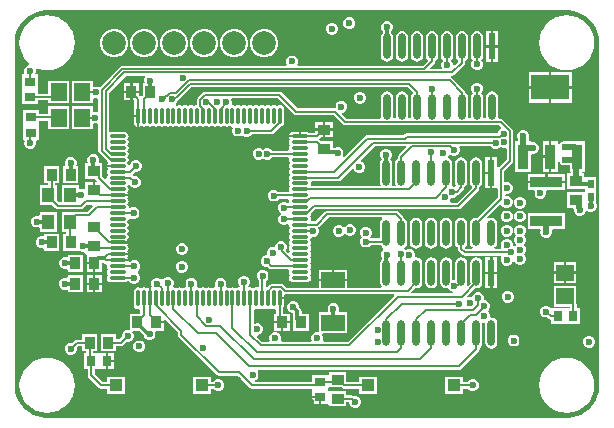
<source format=gtl>
G04*
G04 #@! TF.GenerationSoftware,Altium Limited,Altium Designer,24.6.1 (21)*
G04*
G04 Layer_Physical_Order=1*
G04 Layer_Color=255*
%FSLAX44Y44*%
%MOMM*%
G71*
G04*
G04 #@! TF.SameCoordinates,87211DF0-6A2C-41B4-8933-B6BDE5F1B33B*
G04*
G04*
G04 #@! TF.FilePolarity,Positive*
G04*
G01*
G75*
%ADD12C,0.2000*%
%ADD14C,0.1500*%
%ADD16R,1.1000X1.0000*%
%ADD17O,1.4500X0.3000*%
%ADD18O,0.3000X1.4500*%
%ADD19R,1.0500X1.3000*%
%ADD20R,0.9000X1.0500*%
%ADD21R,0.6080X2.2044*%
G04:AMPARAMS|DCode=22|XSize=2.2044mm|YSize=0.608mm|CornerRadius=0.304mm|HoleSize=0mm|Usage=FLASHONLY|Rotation=270.000|XOffset=0mm|YOffset=0mm|HoleType=Round|Shape=RoundedRectangle|*
%AMROUNDEDRECTD22*
21,1,2.2044,0.0000,0,0,270.0*
21,1,1.5965,0.6080,0,0,270.0*
1,1,0.6080,0.0000,-0.7982*
1,1,0.6080,0.0000,0.7982*
1,1,0.6080,0.0000,0.7982*
1,1,0.6080,0.0000,-0.7982*
%
%ADD22ROUNDEDRECTD22*%
%ADD23R,0.5000X0.7000*%
%ADD24R,0.8000X0.9500*%
%ADD25R,1.5000X1.4000*%
%ADD26R,0.9500X0.8000*%
%ADD27R,1.0500X0.9000*%
%ADD28R,3.2500X2.1500*%
%ADD29R,0.9000X2.1500*%
%ADD30R,2.7062X0.9542*%
%ADD31R,1.4000X1.5000*%
%ADD32R,2.0000X1.4000*%
%ADD53C,0.5000*%
%ADD54C,0.3000*%
%ADD55C,2.0000*%
%ADD56C,0.6000*%
G36*
X470000Y347451D02*
X471799D01*
X475367Y346981D01*
X478843Y346050D01*
X482167Y344673D01*
X485284Y342874D01*
X488139Y340683D01*
X490683Y338139D01*
X492874Y335284D01*
X494673Y332168D01*
X496050Y328843D01*
X496982Y325367D01*
X497451Y321799D01*
X497451Y320000D01*
X497451Y30000D01*
Y28201D01*
X496981Y24633D01*
X496050Y21157D01*
X494673Y17833D01*
X492874Y14716D01*
X490683Y11861D01*
X488139Y9317D01*
X485284Y7126D01*
X482168Y5327D01*
X478843Y3950D01*
X475367Y3019D01*
X471799Y2549D01*
X470000Y2549D01*
X30000Y2549D01*
X28201D01*
X24633Y3018D01*
X21157Y3950D01*
X17833Y5327D01*
X14716Y7126D01*
X11861Y9317D01*
X9317Y11861D01*
X7126Y14716D01*
X5327Y17832D01*
X3950Y21157D01*
X3019Y24633D01*
X2549Y28201D01*
X2549Y30000D01*
Y320000D01*
Y321799D01*
X3018Y325367D01*
X3950Y328843D01*
X5327Y332167D01*
X7126Y335284D01*
X9317Y338139D01*
X11861Y340683D01*
X14716Y342874D01*
X17832Y344673D01*
X21157Y346050D01*
X24633Y346981D01*
X28201Y347451D01*
X30000Y347451D01*
X470000Y347451D01*
D02*
G37*
%LPC*%
G36*
X286995Y341500D02*
X285005D01*
X283168Y340739D01*
X281761Y339332D01*
X281000Y337495D01*
Y335505D01*
X281761Y333668D01*
X283168Y332261D01*
X285005Y331500D01*
X286995D01*
X288832Y332261D01*
X290239Y333668D01*
X291000Y335505D01*
Y337495D01*
X290239Y339332D01*
X288832Y340739D01*
X286995Y341500D01*
D02*
G37*
G36*
X272245Y337000D02*
X270255D01*
X268418Y336239D01*
X267011Y334832D01*
X266250Y332995D01*
Y331005D01*
X267011Y329168D01*
X268418Y327761D01*
X270255Y327000D01*
X272245D01*
X274082Y327761D01*
X275489Y329168D01*
X276250Y331005D01*
Y332995D01*
X275489Y334832D01*
X274082Y336239D01*
X272245Y337000D01*
D02*
G37*
G36*
X411740Y330031D02*
X407700D01*
Y318009D01*
X411740D01*
Y330031D01*
D02*
G37*
G36*
X405700D02*
X401660D01*
Y318009D01*
X405700D01*
Y330031D01*
D02*
G37*
G36*
X215330Y331750D02*
X212170D01*
X209118Y330932D01*
X206382Y329352D01*
X204148Y327118D01*
X202568Y324382D01*
X201750Y321330D01*
Y318170D01*
X202568Y315118D01*
X204148Y312382D01*
X206382Y310148D01*
X209118Y308568D01*
X212170Y307750D01*
X215330D01*
X218382Y308568D01*
X221118Y310148D01*
X223352Y312382D01*
X224932Y315118D01*
X225750Y318170D01*
Y321330D01*
X224932Y324382D01*
X223352Y327118D01*
X221118Y329352D01*
X218382Y330932D01*
X215330Y331750D01*
D02*
G37*
G36*
X189930D02*
X186770D01*
X183718Y330932D01*
X180982Y329352D01*
X178748Y327118D01*
X177168Y324382D01*
X176350Y321330D01*
Y318170D01*
X177168Y315118D01*
X178748Y312382D01*
X180982Y310148D01*
X183718Y308568D01*
X186770Y307750D01*
X189930D01*
X192982Y308568D01*
X195718Y310148D01*
X197952Y312382D01*
X199532Y315118D01*
X200350Y318170D01*
Y321330D01*
X199532Y324382D01*
X197952Y327118D01*
X195718Y329352D01*
X192982Y330932D01*
X189930Y331750D01*
D02*
G37*
G36*
X164530D02*
X161370D01*
X158318Y330932D01*
X155582Y329352D01*
X153348Y327118D01*
X151768Y324382D01*
X150950Y321330D01*
Y318170D01*
X151768Y315118D01*
X153348Y312382D01*
X155582Y310148D01*
X158318Y308568D01*
X161370Y307750D01*
X164530D01*
X167582Y308568D01*
X170318Y310148D01*
X172552Y312382D01*
X174132Y315118D01*
X174950Y318170D01*
Y321330D01*
X174132Y324382D01*
X172552Y327118D01*
X170318Y329352D01*
X167582Y330932D01*
X164530Y331750D01*
D02*
G37*
G36*
X139130D02*
X135970D01*
X132918Y330932D01*
X130182Y329352D01*
X127948Y327118D01*
X126368Y324382D01*
X125550Y321330D01*
Y318170D01*
X126368Y315118D01*
X127948Y312382D01*
X130182Y310148D01*
X132918Y308568D01*
X135970Y307750D01*
X139130D01*
X142182Y308568D01*
X144918Y310148D01*
X147152Y312382D01*
X148732Y315118D01*
X149550Y318170D01*
Y321330D01*
X148732Y324382D01*
X147152Y327118D01*
X144918Y329352D01*
X142182Y330932D01*
X139130Y331750D01*
D02*
G37*
G36*
X113730D02*
X110570D01*
X107518Y330932D01*
X104782Y329352D01*
X102548Y327118D01*
X100968Y324382D01*
X100150Y321330D01*
Y318170D01*
X100968Y315118D01*
X102548Y312382D01*
X104782Y310148D01*
X107518Y308568D01*
X110570Y307750D01*
X113730D01*
X116782Y308568D01*
X119518Y310148D01*
X121752Y312382D01*
X123332Y315118D01*
X124150Y318170D01*
Y321330D01*
X123332Y324382D01*
X121752Y327118D01*
X119518Y329352D01*
X116782Y330932D01*
X113730Y331750D01*
D02*
G37*
G36*
X88330D02*
X85170D01*
X82118Y330932D01*
X79382Y329352D01*
X77148Y327118D01*
X75568Y324382D01*
X74750Y321330D01*
Y318170D01*
X75568Y315118D01*
X77148Y312382D01*
X79382Y310148D01*
X82118Y308568D01*
X85170Y307750D01*
X88330D01*
X91382Y308568D01*
X94118Y310148D01*
X96352Y312382D01*
X97932Y315118D01*
X98750Y318170D01*
Y321330D01*
X97932Y324382D01*
X96352Y327118D01*
X94118Y329352D01*
X91382Y330932D01*
X88330Y331750D01*
D02*
G37*
G36*
X411740Y316009D02*
X407700D01*
Y303987D01*
X411740D01*
Y316009D01*
D02*
G37*
G36*
X405700D02*
X401660D01*
Y303987D01*
X405700D01*
Y316009D01*
D02*
G37*
G36*
X343200Y330130D02*
X341233Y329739D01*
X339566Y328625D01*
X338452Y326958D01*
X338061Y324991D01*
Y309027D01*
X338452Y307060D01*
X339566Y305393D01*
X341233Y304279D01*
X343200Y303888D01*
X345167Y304279D01*
X346834Y305393D01*
X347948Y307060D01*
X348339Y309027D01*
Y324991D01*
X347948Y326958D01*
X346834Y328625D01*
X345167Y329739D01*
X343200Y330130D01*
D02*
G37*
G36*
X330500D02*
X328534Y329739D01*
X326866Y328625D01*
X325752Y326958D01*
X325361Y324991D01*
Y309027D01*
X325752Y307060D01*
X326866Y305393D01*
X328534Y304279D01*
X330500Y303888D01*
X332467Y304279D01*
X334134Y305393D01*
X335247Y307060D01*
X335639Y309027D01*
Y324991D01*
X335247Y326958D01*
X334134Y328625D01*
X332467Y329739D01*
X330500Y330130D01*
D02*
G37*
G36*
X318745Y338250D02*
X316755D01*
X314918Y337489D01*
X313511Y336082D01*
X312750Y334245D01*
Y332255D01*
X313511Y330418D01*
X314118Y329811D01*
X314166Y328625D01*
X313053Y326958D01*
X312661Y324991D01*
Y309027D01*
X313053Y307060D01*
X314166Y305393D01*
X315833Y304279D01*
X317800Y303888D01*
X319767Y304279D01*
X321434Y305393D01*
X322547Y307060D01*
X322939Y309027D01*
Y324991D01*
X322547Y326958D01*
X321434Y328625D01*
X321418Y329847D01*
X321989Y330418D01*
X322750Y332255D01*
Y334245D01*
X321989Y336082D01*
X320582Y337489D01*
X318745Y338250D01*
D02*
G37*
G36*
X381300Y330130D02*
X379333Y329739D01*
X377666Y328625D01*
X376553Y326958D01*
X376161Y324991D01*
Y309027D01*
X376553Y307060D01*
X377666Y305393D01*
X377921Y305223D01*
X378037Y303752D01*
X375000Y300715D01*
X373750Y301233D01*
Y302245D01*
X372989Y304082D01*
X372184Y304887D01*
X372234Y305393D01*
X373348Y307060D01*
X373739Y309027D01*
Y324991D01*
X373348Y326958D01*
X372234Y328625D01*
X370566Y329739D01*
X368600Y330130D01*
X366633Y329739D01*
X364966Y328625D01*
X363853Y326958D01*
X363461Y324991D01*
Y309027D01*
X363853Y307060D01*
X364966Y305393D01*
X365043Y304614D01*
X364511Y304082D01*
X363750Y302245D01*
Y300255D01*
X364248Y299054D01*
X363492Y297804D01*
X354868D01*
X354389Y298959D01*
X357883Y302452D01*
X358490Y303362D01*
X358704Y304435D01*
Y304839D01*
X359534Y305393D01*
X360648Y307060D01*
X361039Y309027D01*
Y324991D01*
X360648Y326958D01*
X359534Y328625D01*
X357867Y329739D01*
X355900Y330130D01*
X353933Y329739D01*
X352266Y328625D01*
X351152Y326958D01*
X350761Y324991D01*
Y309027D01*
X351152Y307060D01*
X352266Y305393D01*
X352323Y304823D01*
X348054Y300554D01*
X242508D01*
X241899Y301804D01*
X242500Y303255D01*
Y305245D01*
X241739Y307082D01*
X240332Y308489D01*
X238495Y309250D01*
X236505D01*
X234668Y308489D01*
X233261Y307082D01*
X232500Y305245D01*
Y303255D01*
X233101Y301804D01*
X232492Y300554D01*
X93750D01*
X92677Y300340D01*
X91767Y299733D01*
X75031Y282997D01*
X74082Y282239D01*
X72245Y283000D01*
X70255D01*
X69789Y282807D01*
X68750Y283501D01*
Y287750D01*
X50750D01*
Y268750D01*
X68750D01*
Y272499D01*
X69789Y273193D01*
X70255Y273000D01*
X72245D01*
X72407Y273067D01*
X73446Y272373D01*
Y262274D01*
X72407Y261579D01*
X71995Y261750D01*
X70005D01*
X69789Y261660D01*
X68750Y262355D01*
Y266250D01*
X50750D01*
Y247250D01*
X68750D01*
Y251145D01*
X69789Y251840D01*
X70005Y251750D01*
X71995D01*
X72407Y251921D01*
X73446Y251226D01*
Y228750D01*
X73660Y227677D01*
X74267Y226767D01*
X80530Y220505D01*
X80703Y219634D01*
X81461Y218500D01*
X80703Y217366D01*
X80630Y217000D01*
X89750D01*
Y215000D01*
X80630D01*
X80703Y214634D01*
X81461Y213500D01*
X80703Y212366D01*
X80431Y211000D01*
X80703Y209634D01*
X81461Y208500D01*
X80703Y207366D01*
X80431Y206000D01*
X80591Y205200D01*
X79439Y204584D01*
X76809Y207214D01*
Y208000D01*
X76809Y208000D01*
X76750Y208296D01*
Y218000D01*
X74751D01*
X74057Y219039D01*
X74250Y219505D01*
Y221495D01*
X73489Y223332D01*
X72082Y224739D01*
X70245Y225500D01*
X68255D01*
X66418Y224739D01*
X65011Y223332D01*
X64250Y221495D01*
Y219505D01*
X64443Y219039D01*
X63749Y218000D01*
X62250D01*
Y205000D01*
X70880D01*
X70924Y204776D01*
X71587Y203784D01*
X72216Y203155D01*
X71738Y202000D01*
X70500D01*
Y195500D01*
X68500D01*
Y202000D01*
X62250D01*
Y196704D01*
X61000Y195980D01*
X59745Y196500D01*
X57755D01*
X56750Y197172D01*
Y200000D01*
X42250D01*
Y185059D01*
X40517D01*
X38250Y187326D01*
Y200000D01*
X37059D01*
Y201250D01*
X40500D01*
Y215750D01*
X27500D01*
Y201250D01*
X30941D01*
Y200000D01*
X23750D01*
Y183000D01*
X33924D01*
X37087Y179837D01*
X37087Y179837D01*
X38080Y179174D01*
X39250Y178941D01*
X58644D01*
X58644Y178941D01*
X59815Y179174D01*
X60807Y179837D01*
X63911Y182941D01*
X68126D01*
X68605Y181786D01*
X63877Y177059D01*
X53750D01*
X53454Y177000D01*
X42250D01*
Y160000D01*
X46441D01*
Y158250D01*
X43500D01*
Y143750D01*
X56500D01*
X56500Y143750D01*
X57617Y143429D01*
X59255Y142750D01*
X61245D01*
X62250Y142078D01*
Y141500D01*
X62561D01*
X63500Y140750D01*
Y134500D01*
X70000D01*
Y133500D01*
X71000D01*
Y126250D01*
X76500D01*
Y134164D01*
X77750Y134174D01*
X78087Y133837D01*
X78087Y133837D01*
X79079Y133174D01*
X79663Y133058D01*
X80334Y132611D01*
X80569Y131691D01*
X80431Y131000D01*
X80703Y129634D01*
X81461Y128500D01*
X80703Y127366D01*
X80431Y126000D01*
X80703Y124634D01*
X81461Y123500D01*
X80703Y122366D01*
X80431Y121000D01*
X80703Y119634D01*
X81477Y118477D01*
X82634Y117703D01*
X84000Y117431D01*
X95500D01*
X96866Y117703D01*
X97604Y118196D01*
X99499D01*
X99511Y118168D01*
X100918Y116761D01*
X102755Y116000D01*
X104745D01*
X106582Y116761D01*
X107989Y118168D01*
X108750Y120005D01*
Y121995D01*
X107989Y123832D01*
X106713Y125109D01*
X106680Y126448D01*
X106832Y126511D01*
X108239Y127918D01*
X109000Y129755D01*
Y131745D01*
X108239Y133582D01*
X106832Y134989D01*
X104995Y135750D01*
X103005D01*
X101168Y134989D01*
X100578Y134399D01*
X99949Y134487D01*
X99593Y135000D01*
X89750D01*
Y137000D01*
X98870D01*
X98797Y137366D01*
X98039Y138500D01*
X98797Y139634D01*
X98870Y140000D01*
X89750D01*
Y142000D01*
X98870D01*
X98797Y142366D01*
X98039Y143500D01*
X98797Y144634D01*
X99069Y146000D01*
X98797Y147366D01*
X98039Y148500D01*
X98797Y149634D01*
X98870Y150000D01*
X89750D01*
Y152000D01*
X98870D01*
X98797Y152366D01*
X98039Y153500D01*
X98797Y154634D01*
X99069Y156000D01*
X98797Y157366D01*
X98039Y158500D01*
X98797Y159634D01*
X99069Y161000D01*
X98797Y162366D01*
X98039Y163500D01*
X98797Y164634D01*
X99069Y166000D01*
X98797Y167366D01*
X98039Y168500D01*
X98797Y169634D01*
X99069Y171000D01*
X99046Y171115D01*
X100198Y171731D01*
X100418Y171511D01*
X102255Y170750D01*
X104245D01*
X106082Y171511D01*
X107489Y172918D01*
X108250Y174755D01*
Y176745D01*
X107489Y178582D01*
X106082Y179989D01*
X104245Y180750D01*
X102255D01*
X100418Y179989D01*
X100073Y179645D01*
X98921Y180260D01*
X99069Y181000D01*
X98797Y182366D01*
X98039Y183500D01*
X98797Y184634D01*
X99069Y186000D01*
X98797Y187366D01*
X98039Y188500D01*
X98797Y189634D01*
X98870Y190000D01*
X89750D01*
Y192000D01*
X98870D01*
X98797Y192366D01*
X98039Y193500D01*
X98797Y194634D01*
X99069Y196000D01*
X98797Y197366D01*
X98039Y198500D01*
X98744Y199555D01*
X99166Y199631D01*
X100069Y199623D01*
X100305Y199052D01*
X101712Y197646D01*
X103550Y196885D01*
X105539D01*
X107376Y197646D01*
X108783Y199052D01*
X109544Y200890D01*
Y202879D01*
X108783Y204717D01*
X107376Y206124D01*
X105539Y206885D01*
X103550D01*
X102746Y207731D01*
X102647Y208478D01*
X102665Y208816D01*
X102791Y209232D01*
X104059Y210501D01*
X104088Y210489D01*
X106077D01*
X107915Y211250D01*
X109321Y212656D01*
X110082Y214494D01*
Y216483D01*
X109321Y218321D01*
X107915Y219728D01*
X106077Y220489D01*
X104088D01*
X102250Y219728D01*
X100843Y218321D01*
X100194Y216752D01*
X98938Y216710D01*
X98927Y216712D01*
X98797Y217366D01*
X98039Y218500D01*
X98797Y219634D01*
X99069Y221000D01*
X98797Y222366D01*
X98039Y223500D01*
X98797Y224634D01*
X99069Y226000D01*
X98797Y227366D01*
X98039Y228500D01*
X98797Y229634D01*
X99069Y231000D01*
X98797Y232366D01*
X98039Y233500D01*
X98797Y234634D01*
X99069Y236000D01*
X98797Y237366D01*
X98039Y238500D01*
X98797Y239634D01*
X99069Y241000D01*
X98797Y242366D01*
X98023Y243523D01*
X96866Y244297D01*
X95500Y244569D01*
X84000D01*
X83554Y244480D01*
X82304Y245465D01*
Y277839D01*
X96661Y292196D01*
X112992D01*
X113470Y291041D01*
X113261Y290832D01*
X112500Y288995D01*
Y287005D01*
X112590Y286789D01*
X111895Y285750D01*
X111000D01*
Y275706D01*
X110063Y274820D01*
X108878Y274820D01*
X108666Y274910D01*
X108000Y275576D01*
Y277500D01*
X102500D01*
Y271250D01*
X103674D01*
X103941Y270983D01*
Y265722D01*
X103703Y265366D01*
X103431Y264000D01*
Y259250D01*
X107000D01*
Y258250D01*
X108000D01*
Y249130D01*
X108366Y249203D01*
X109500Y249961D01*
X110634Y249203D01*
X112000Y248932D01*
X113366Y249203D01*
X114500Y249961D01*
X115634Y249203D01*
X117000Y248932D01*
X118366Y249203D01*
X119500Y249961D01*
X120634Y249203D01*
X122000Y248932D01*
X123366Y249203D01*
X124500Y249961D01*
X125634Y249203D01*
X127000Y248932D01*
X128366Y249203D01*
X129500Y249961D01*
X130634Y249203D01*
X132000Y248932D01*
X133366Y249203D01*
X134500Y249961D01*
X135634Y249203D01*
X137000Y248932D01*
X138366Y249203D01*
X139500Y249961D01*
X140634Y249203D01*
X142000Y248932D01*
X143366Y249203D01*
X144500Y249961D01*
X145634Y249203D01*
X147000Y248932D01*
X148366Y249203D01*
X149500Y249961D01*
X150634Y249203D01*
X152000Y248932D01*
X153366Y249203D01*
X154500Y249961D01*
X155634Y249203D01*
X157000Y248932D01*
X158366Y249203D01*
X159500Y249961D01*
X160634Y249203D01*
X162000Y248932D01*
X163366Y249203D01*
X164500Y249961D01*
X165634Y249203D01*
X167000Y248932D01*
X168366Y249203D01*
X169500Y249961D01*
X170634Y249203D01*
X172000Y248932D01*
X173366Y249203D01*
X174500Y249961D01*
X175634Y249203D01*
X177000Y248932D01*
X178366Y249203D01*
X179500Y249961D01*
X180634Y249203D01*
X182000Y248932D01*
X183366Y249203D01*
X184500Y249961D01*
X185634Y249203D01*
X186356Y249060D01*
X187138Y247860D01*
X187155Y247723D01*
X186750Y246745D01*
Y244755D01*
X187511Y242918D01*
X188918Y241511D01*
X190755Y240750D01*
X192745D01*
X194582Y241511D01*
X195248Y242177D01*
X196163Y241261D01*
X198001Y240500D01*
X199990D01*
X201828Y241261D01*
X203235Y242668D01*
X203246Y242696D01*
X220000D01*
X221073Y242910D01*
X221983Y243517D01*
X227495Y249030D01*
X228366Y249203D01*
X229523Y249977D01*
X230297Y251134D01*
X230569Y252500D01*
Y264000D01*
X230297Y265366D01*
X229523Y266523D01*
X228366Y267297D01*
X227000Y267569D01*
X225634Y267297D01*
X224500Y266539D01*
X223366Y267297D01*
X222000Y267569D01*
X220634Y267297D01*
X219500Y266539D01*
X218366Y267297D01*
X217000Y267569D01*
X215634Y267297D01*
X214500Y266539D01*
X213366Y267297D01*
X212000Y267569D01*
X210634Y267297D01*
X209500Y266539D01*
X208366Y267297D01*
X207000Y267569D01*
X205634Y267297D01*
X204500Y266539D01*
X203366Y267297D01*
X202000Y267569D01*
X200634Y267297D01*
X199500Y266539D01*
X198366Y267297D01*
X197000Y267569D01*
X195634Y267297D01*
X194500Y266539D01*
X193366Y267297D01*
X192000Y267569D01*
X190634Y267297D01*
X189500Y266539D01*
X188366Y267297D01*
X187334Y267502D01*
X186451Y268637D01*
X186500Y268755D01*
Y270745D01*
X186002Y271946D01*
X186758Y273196D01*
X225589D01*
X239017Y259767D01*
X239927Y259160D01*
X241000Y258946D01*
X272589D01*
X280548Y250986D01*
X281458Y250378D01*
X282531Y250165D01*
X412941D01*
X414574Y248532D01*
X414330Y247306D01*
X414168Y247239D01*
X412761Y245832D01*
X412000Y243995D01*
Y243304D01*
X334500D01*
X333427Y243090D01*
X332517Y242482D01*
X331839Y241804D01*
X301000D01*
X299927Y241590D01*
X299017Y240983D01*
X281514Y223479D01*
X280454Y224187D01*
X281000Y225505D01*
Y227495D01*
X280239Y229332D01*
X278832Y230739D01*
X276995Y231500D01*
X275005D01*
X273964Y231069D01*
X271750D01*
Y237000D01*
X261576D01*
X260910Y237666D01*
X260556Y238500D01*
X260910Y239334D01*
X261576Y240000D01*
X263500D01*
Y245500D01*
X257250D01*
Y244326D01*
X256983Y244059D01*
X251722D01*
X251366Y244297D01*
X250000Y244569D01*
X245250D01*
Y241000D01*
X244250D01*
Y240000D01*
X235130D01*
X235203Y239634D01*
X235961Y238500D01*
X235203Y237366D01*
X234931Y236000D01*
X235203Y234634D01*
X235961Y233500D01*
X235203Y232366D01*
X234931Y231000D01*
X235107Y230116D01*
X234327Y228866D01*
X220775D01*
X220738Y228957D01*
X219331Y230364D01*
X217493Y231125D01*
X215504D01*
X213667Y230364D01*
X212937Y229634D01*
X212082Y230489D01*
X210245Y231250D01*
X208255D01*
X206418Y230489D01*
X205011Y229082D01*
X204250Y227245D01*
Y225255D01*
X205011Y223418D01*
X206418Y222011D01*
X208255Y221250D01*
X210245D01*
X212082Y222011D01*
X212812Y222741D01*
X213667Y221886D01*
X215504Y221125D01*
X217493D01*
X219331Y221886D01*
X220704Y223259D01*
X234411D01*
X235132Y222009D01*
X234931Y221000D01*
X235203Y219634D01*
X235961Y218500D01*
X235203Y217366D01*
X234931Y216000D01*
X235203Y214634D01*
X235961Y213500D01*
X235203Y212366D01*
X234931Y211000D01*
X235203Y209634D01*
X235961Y208500D01*
X235203Y207366D01*
X234931Y206000D01*
X235203Y204634D01*
X235961Y203500D01*
X235203Y202366D01*
X234931Y201000D01*
X235203Y199634D01*
X235961Y198500D01*
X235203Y197366D01*
X234931Y196000D01*
X235145Y194929D01*
X234453Y193679D01*
X225892D01*
X224582Y194989D01*
X222745Y195750D01*
X220755D01*
X218918Y194989D01*
X217511Y193582D01*
X216750Y191745D01*
Y189755D01*
X217511Y187918D01*
X218918Y186511D01*
X220755Y185750D01*
X222745D01*
X224582Y186511D01*
X225989Y187918D01*
X226052Y188071D01*
X234286D01*
X235095Y186821D01*
X234931Y186000D01*
X235169Y184804D01*
X235128Y184690D01*
X233929Y184142D01*
X233332Y184739D01*
X231495Y185500D01*
X229505D01*
X227668Y184739D01*
X226261Y183332D01*
X225500Y181495D01*
Y179505D01*
X226261Y177668D01*
X227668Y176261D01*
X227872Y176176D01*
Y174823D01*
X227668Y174739D01*
X226261Y173332D01*
X225500Y171495D01*
Y169505D01*
X226261Y167668D01*
X227668Y166261D01*
X229505Y165500D01*
X231495D01*
X233332Y166261D01*
X233802Y166731D01*
X234954Y166115D01*
X234931Y166000D01*
X235203Y164634D01*
X235961Y163500D01*
X235203Y162366D01*
X234931Y161000D01*
X235203Y159634D01*
X235961Y158500D01*
X235203Y157366D01*
X234931Y156000D01*
X235203Y154634D01*
X235961Y153500D01*
X235203Y152366D01*
X234931Y151000D01*
X235203Y149634D01*
X235961Y148500D01*
X235203Y147366D01*
X234931Y146000D01*
X235203Y144634D01*
X235755Y143808D01*
X235187Y142628D01*
X234017Y142323D01*
X232206Y144135D01*
X232239Y144168D01*
X233000Y146005D01*
Y147995D01*
X232239Y149832D01*
X230832Y151239D01*
X228995Y152000D01*
X227005D01*
X225168Y151239D01*
X223761Y149832D01*
X223000Y147995D01*
Y147672D01*
X221994Y147000D01*
X220005D01*
X218168Y146239D01*
X216761Y144832D01*
X216000Y142995D01*
Y141005D01*
X215328Y140000D01*
X215005D01*
X213168Y139239D01*
X211761Y137832D01*
X211000Y135995D01*
Y134005D01*
X211761Y132168D01*
X213168Y130761D01*
X215005Y130000D01*
X216995D01*
X217023Y130012D01*
X218017Y129017D01*
X218927Y128410D01*
X220000Y128196D01*
X234369D01*
X235120Y126946D01*
X234931Y126000D01*
X235203Y124634D01*
X235961Y123500D01*
X235203Y122366D01*
X234931Y121000D01*
X235203Y119634D01*
X235977Y118477D01*
X237134Y117703D01*
X238500Y117431D01*
X250000D01*
X251366Y117703D01*
X252523Y118477D01*
X253297Y119634D01*
X253569Y121000D01*
X253297Y122366D01*
X252539Y123500D01*
X253297Y124634D01*
X253569Y126000D01*
X253297Y127366D01*
X252539Y128500D01*
X253297Y129634D01*
X253569Y131000D01*
X253297Y132366D01*
X252539Y133500D01*
X253297Y134634D01*
X253569Y136000D01*
X253297Y137366D01*
X252539Y138500D01*
X253297Y139634D01*
X253569Y141000D01*
X253297Y142366D01*
X252539Y143500D01*
X253297Y144634D01*
X253569Y146000D01*
X253297Y147366D01*
X252539Y148500D01*
X253297Y149634D01*
X253569Y151000D01*
X253297Y152366D01*
X252539Y153500D01*
X253297Y154634D01*
X253345Y154878D01*
X254506Y155750D01*
X256495D01*
X258332Y156511D01*
X259739Y157918D01*
X260500Y159755D01*
Y161745D01*
X259739Y163582D01*
X259750Y163695D01*
X260233Y164017D01*
X268411Y172196D01*
X313545D01*
X313924Y170946D01*
X313416Y170607D01*
X312302Y168940D01*
X311911Y166973D01*
Y154558D01*
X304005D01*
X303993Y154587D01*
X303076Y155505D01*
X303989Y156418D01*
X304750Y158255D01*
Y160245D01*
X303989Y162082D01*
X302582Y163489D01*
X300745Y164250D01*
X298755D01*
X296918Y163489D01*
X295511Y162082D01*
X294750Y160245D01*
Y158255D01*
X295511Y156418D01*
X296429Y155500D01*
X295516Y154587D01*
X294755Y152749D01*
Y150760D01*
X295516Y148922D01*
X296922Y147516D01*
X298760Y146755D01*
X300749D01*
X302587Y147516D01*
X303993Y148922D01*
X304005Y148951D01*
X312364D01*
X313416Y147375D01*
X314850Y146417D01*
X314923Y145532D01*
X314817Y145051D01*
X314668Y144989D01*
X313261Y143582D01*
X312500Y141745D01*
Y139755D01*
X313261Y137918D01*
X313666Y136875D01*
X312553Y135208D01*
X312161Y133241D01*
Y117277D01*
X312553Y115310D01*
X313392Y114054D01*
X312844Y112804D01*
X284000D01*
Y118000D01*
X272000D01*
X260000D01*
Y112804D01*
X232611D01*
X230432Y114983D01*
X229523Y115590D01*
X228450Y115804D01*
X220550D01*
X219477Y115590D01*
X218568Y114983D01*
X216567Y112983D01*
X216304Y112930D01*
X215054Y113798D01*
Y118396D01*
X215332Y118511D01*
X216739Y119918D01*
X217500Y121756D01*
Y123745D01*
X216739Y125582D01*
X215332Y126989D01*
X213495Y127750D01*
X211505D01*
X209668Y126989D01*
X208261Y125582D01*
X207500Y123745D01*
Y121756D01*
X208261Y119918D01*
X209446Y118733D01*
Y113375D01*
X208921Y113094D01*
X208196Y112831D01*
X207000Y113069D01*
X205634Y112797D01*
X204500Y112039D01*
X203366Y112797D01*
X202000Y113069D01*
X200929Y112856D01*
X200778Y112939D01*
X200420Y114349D01*
X200989Y114918D01*
X201750Y116755D01*
Y118745D01*
X200989Y120582D01*
X199582Y121989D01*
X197745Y122750D01*
X195755D01*
X193918Y121989D01*
X192511Y120582D01*
X191750Y118745D01*
Y116755D01*
X192511Y114918D01*
X193355Y114073D01*
X192740Y112921D01*
X192000Y113069D01*
X190634Y112797D01*
X189500Y112039D01*
X188366Y112797D01*
X187000Y113069D01*
X185634Y112797D01*
X184500Y112039D01*
X183366Y112797D01*
X182567Y112956D01*
X181725Y114192D01*
X181891Y114592D01*
Y116581D01*
X181130Y118419D01*
X179723Y119825D01*
X177886Y120586D01*
X175896D01*
X174059Y119825D01*
X172652Y118419D01*
X171891Y116581D01*
Y114592D01*
X172037Y114239D01*
X171232Y112916D01*
X170634Y112797D01*
X169500Y112039D01*
X168366Y112797D01*
X167000Y113069D01*
X165634Y112797D01*
X164500Y112039D01*
X163366Y112797D01*
X162000Y113069D01*
X160634Y112797D01*
X159500Y112039D01*
X158366Y112797D01*
X157644Y112941D01*
X156862Y114140D01*
X156845Y114277D01*
X157250Y115255D01*
Y117245D01*
X156489Y119082D01*
X155082Y120489D01*
X153244Y121250D01*
X151255D01*
X149418Y120489D01*
X148011Y119082D01*
X147250Y117245D01*
Y115255D01*
X147684Y114207D01*
X147218Y113431D01*
X146818Y113032D01*
X145634Y112797D01*
X144500Y112039D01*
X143366Y112797D01*
X142000Y113069D01*
X140634Y112797D01*
X139500Y112039D01*
X138366Y112797D01*
X137340Y113001D01*
X137090Y113270D01*
X136758Y113866D01*
X136635Y114270D01*
X137250Y115755D01*
Y117745D01*
X136489Y119582D01*
X135082Y120989D01*
X133245Y121750D01*
X131255D01*
X129418Y120989D01*
X128317Y119888D01*
X128004Y119584D01*
X126755Y119816D01*
X126082Y120489D01*
X124245Y121250D01*
X122255D01*
X120418Y120489D01*
X119011Y119082D01*
X118250Y117245D01*
Y115255D01*
X118818Y113884D01*
X118817Y113882D01*
X118000Y112989D01*
Y103750D01*
X116000D01*
Y112870D01*
X115634Y112797D01*
X114500Y112039D01*
X113366Y112797D01*
X112000Y113069D01*
X110634Y112797D01*
X109500Y112039D01*
X108366Y112797D01*
X107000Y113069D01*
X105634Y112797D01*
X104477Y112023D01*
X103703Y110866D01*
X103431Y109500D01*
Y98000D01*
X103703Y96634D01*
X104477Y95477D01*
X105634Y94703D01*
X107000Y94431D01*
X107691Y94569D01*
X108941Y93699D01*
Y91017D01*
X108674Y90750D01*
X100000D01*
Y77251D01*
X99250Y76750D01*
X97261D01*
X95423Y75989D01*
X94017Y74582D01*
X93255Y72745D01*
Y71076D01*
X91238Y69059D01*
X88500D01*
Y73250D01*
X75500D01*
Y58750D01*
X88500D01*
Y62941D01*
X92505D01*
X92505Y62941D01*
X93676Y63174D01*
X94668Y63837D01*
X97581Y66750D01*
X99250D01*
X101088Y67511D01*
X102494Y68918D01*
X103255Y70756D01*
Y72745D01*
X102494Y74582D01*
X102077Y75000D01*
X102594Y76250D01*
X107953D01*
X111964Y72240D01*
X112511Y70918D01*
X113918Y69511D01*
X115755Y68750D01*
X117745D01*
X119582Y69511D01*
X120989Y70918D01*
X121750Y72755D01*
Y74745D01*
X121557Y75211D01*
X122251Y76250D01*
X129000D01*
Y82500D01*
X122500D01*
Y84500D01*
X129000D01*
Y85402D01*
X130155Y85880D01*
X140901Y75134D01*
Y72974D01*
X141114Y71901D01*
X141722Y70992D01*
X173696Y39017D01*
X174606Y38410D01*
X175679Y38196D01*
X191410D01*
X201588Y28017D01*
X202498Y27410D01*
X203571Y27196D01*
X254370D01*
X254500Y26000D01*
X254500Y25750D01*
Y21000D01*
X261250D01*
Y20000D01*
X262250D01*
Y14000D01*
X267750D01*
X268000Y14000D01*
X269000Y13397D01*
Y12250D01*
X283500D01*
Y15946D01*
X286000D01*
Y15005D01*
X286761Y13168D01*
X288168Y11761D01*
X290005Y11000D01*
X291995D01*
X293832Y11761D01*
X295239Y13168D01*
X296000Y15005D01*
Y16995D01*
X295239Y18832D01*
X293832Y20239D01*
X291995Y21000D01*
X290005D01*
X289899Y20956D01*
X289323Y21340D01*
X288250Y21554D01*
X283500D01*
Y25250D01*
X269250D01*
X269000Y25250D01*
X268000Y25854D01*
Y27000D01*
X268000Y27250D01*
Y27647D01*
X269000Y28250D01*
X279535D01*
X279767Y28017D01*
X280677Y27410D01*
X281750Y27196D01*
X294000D01*
Y23000D01*
X309000D01*
Y37000D01*
X294000D01*
Y32804D01*
X283500D01*
Y41250D01*
X269000D01*
Y39604D01*
X268000Y39000D01*
X254500D01*
Y32804D01*
X205811D01*
X205737Y32955D01*
X206343Y34558D01*
X206832Y34761D01*
X208239Y36168D01*
X209000Y38005D01*
Y39995D01*
X208239Y41832D01*
X208030Y42041D01*
X208508Y43196D01*
X378380D01*
X379453Y43410D01*
X380362Y44017D01*
X395483Y59138D01*
X396090Y60047D01*
X396304Y61120D01*
Y62071D01*
X397134Y62625D01*
X398247Y64292D01*
X398639Y66259D01*
Y82223D01*
X398578Y82528D01*
X399492Y83545D01*
X400269Y83486D01*
X401100Y82416D01*
X401061Y82223D01*
Y66259D01*
X401452Y64292D01*
X402566Y62625D01*
X404234Y61511D01*
X406200Y61120D01*
X408167Y61511D01*
X409834Y62625D01*
X410947Y64292D01*
X411339Y66259D01*
Y82223D01*
X410947Y84190D01*
X409834Y85857D01*
X408167Y86971D01*
X406326Y87337D01*
X406098Y87479D01*
X405250Y88448D01*
Y89995D01*
X404489Y91832D01*
X403196Y93125D01*
X404239Y94168D01*
X405000Y96005D01*
Y97995D01*
X404239Y99832D01*
X402832Y101239D01*
X400994Y102000D01*
X400422D01*
X399750Y103006D01*
Y104995D01*
X398989Y106832D01*
X397582Y108239D01*
X395745Y109000D01*
X393755D01*
X391918Y108239D01*
X390511Y106832D01*
X389750Y104995D01*
X388908Y104432D01*
X388745Y104500D01*
X386755D01*
X386245Y104289D01*
X385537Y105348D01*
X392521Y112333D01*
X393500Y112138D01*
X395466Y112529D01*
X397134Y113643D01*
X398247Y115310D01*
X398639Y117277D01*
Y133241D01*
X398247Y135208D01*
X397134Y136875D01*
X395466Y137989D01*
X393500Y138380D01*
X391534Y137989D01*
X389866Y136875D01*
X388753Y135208D01*
X388361Y133241D01*
Y117277D01*
X388556Y116298D01*
X386009Y113751D01*
X385038Y114548D01*
X385547Y115310D01*
X385939Y117277D01*
Y133241D01*
X385547Y135208D01*
X384434Y136875D01*
X382766Y137989D01*
X380800Y138380D01*
X378834Y137989D01*
X377166Y136875D01*
X376053Y135208D01*
X375661Y133241D01*
Y119003D01*
X375581Y118949D01*
X373592D01*
X373239Y119185D01*
Y133241D01*
X372848Y135208D01*
X371734Y136875D01*
X370066Y137989D01*
X368100Y138380D01*
X366133Y137989D01*
X364466Y136875D01*
X363353Y135208D01*
X362961Y133241D01*
Y117277D01*
X363353Y115310D01*
X364466Y113643D01*
X366133Y112529D01*
X368100Y112138D01*
X369786Y112473D01*
X370348Y111117D01*
X371754Y109710D01*
X373339Y109054D01*
X373090Y107804D01*
X338960D01*
X338442Y109054D01*
X341721Y112333D01*
X342700Y112138D01*
X344666Y112529D01*
X346334Y113643D01*
X347448Y115310D01*
X347839Y117277D01*
Y133241D01*
X347448Y135208D01*
X346334Y136875D01*
X344666Y137989D01*
X342737Y138372D01*
X342570Y138414D01*
X341750Y139465D01*
Y141245D01*
X340989Y143082D01*
X339582Y144489D01*
X337745Y145250D01*
X335755D01*
X333918Y144489D01*
X333743Y144314D01*
X332665Y145392D01*
X332585Y146504D01*
X332658Y146890D01*
X333384Y147375D01*
X334497Y149043D01*
X334889Y151009D01*
Y166973D01*
X334497Y168940D01*
X333384Y170607D01*
X332503Y171196D01*
X332340Y172012D01*
X331733Y172921D01*
X327671Y176983D01*
X326762Y177590D01*
X325689Y177804D01*
X267250D01*
X266177Y177590D01*
X265267Y176983D01*
X257089Y168804D01*
X254131D01*
X253380Y170054D01*
X253569Y171000D01*
X253297Y172366D01*
X252539Y173500D01*
X253297Y174634D01*
X253470Y175505D01*
X257161Y179196D01*
X378362D01*
X379435Y179410D01*
X380345Y180017D01*
X395233Y194905D01*
X395840Y195815D01*
X396054Y196888D01*
Y197839D01*
X396884Y198393D01*
X397998Y200060D01*
X398389Y202027D01*
Y217991D01*
X397998Y219958D01*
X396884Y221625D01*
X395216Y222739D01*
X393250Y223130D01*
X391283Y222739D01*
X389616Y221625D01*
X388503Y219958D01*
X388111Y217991D01*
Y202027D01*
X388503Y200060D01*
X389616Y198393D01*
X389722Y197325D01*
X377201Y184804D01*
X371643D01*
X371125Y186054D01*
X371489Y186418D01*
X372250Y188255D01*
Y188636D01*
X374017D01*
X375855Y189397D01*
X377262Y190804D01*
X377380Y191090D01*
X377846Y191182D01*
X378755Y191790D01*
X382533Y195567D01*
X383140Y196477D01*
X383354Y197550D01*
Y197839D01*
X384184Y198393D01*
X385298Y200060D01*
X385689Y202027D01*
Y217991D01*
X385298Y219958D01*
X384184Y221625D01*
X382517Y222739D01*
X380550Y223130D01*
X378583Y222739D01*
X376916Y221625D01*
X375802Y219958D01*
X375411Y217991D01*
Y202027D01*
X375802Y200060D01*
X376293Y199326D01*
X376204Y199082D01*
X374626Y198384D01*
X374017Y198636D01*
X373149D01*
X372481Y199886D01*
X372598Y200060D01*
X372989Y202027D01*
Y217991D01*
X372598Y219958D01*
X371484Y221625D01*
X370123Y222534D01*
X369758Y223186D01*
X369646Y224047D01*
X370076Y225085D01*
X371219Y225463D01*
X371478Y225451D01*
X371668Y225261D01*
X373505Y224500D01*
X375495D01*
X377332Y225261D01*
X378739Y226668D01*
X379500Y228505D01*
Y230495D01*
X379106Y231446D01*
X379941Y232696D01*
X405499D01*
X405511Y232668D01*
X406918Y231261D01*
X408755Y230500D01*
X410745D01*
X412582Y231261D01*
X413500Y232179D01*
X414168Y231511D01*
X416005Y230750D01*
X417995D01*
X418157Y230817D01*
X419196Y230123D01*
Y221559D01*
X412267Y214630D01*
X412240Y214589D01*
X410990Y214968D01*
Y223031D01*
X406950D01*
Y210009D01*
Y196987D01*
X410990D01*
X411446Y195926D01*
Y189135D01*
X394229Y171917D01*
X393250Y172112D01*
X391283Y171721D01*
X389616Y170607D01*
X388503Y168940D01*
X388111Y166973D01*
Y151009D01*
X388503Y149043D01*
X389616Y147375D01*
X390472Y146804D01*
X390093Y145554D01*
X384985D01*
X384097Y146500D01*
X384184Y147375D01*
X385298Y149043D01*
X385689Y151009D01*
Y166973D01*
X385298Y168940D01*
X384184Y170607D01*
X382517Y171721D01*
X380550Y172112D01*
X378583Y171721D01*
X376916Y170607D01*
X375802Y168940D01*
X375411Y166973D01*
Y151009D01*
X375802Y149043D01*
X376916Y147375D01*
X377746Y146821D01*
Y145870D01*
X377960Y144797D01*
X378567Y143888D01*
X381688Y140767D01*
X382597Y140160D01*
X383670Y139946D01*
X413992D01*
X414748Y138696D01*
X414250Y137495D01*
Y135505D01*
X415011Y133668D01*
X416418Y132261D01*
X418255Y131500D01*
X420245D01*
X422082Y132261D01*
X423489Y133668D01*
X424250Y135505D01*
Y136419D01*
X424435Y136512D01*
X425335Y135960D01*
X425536Y135669D01*
X426261Y133918D01*
X427668Y132511D01*
X429505Y131750D01*
X431495D01*
X433332Y132511D01*
X434739Y133918D01*
X435500Y135755D01*
Y137745D01*
X434739Y139582D01*
X433446Y140875D01*
X434739Y142168D01*
X435500Y144005D01*
Y145995D01*
X434739Y147832D01*
X433571Y149000D01*
X434739Y150168D01*
X435500Y152005D01*
Y153995D01*
X434739Y155832D01*
X433571Y157000D01*
X434739Y158168D01*
X435500Y160005D01*
Y161995D01*
X434739Y163832D01*
X433332Y165239D01*
X431495Y166000D01*
X429505D01*
X427668Y165239D01*
X426261Y163832D01*
X425500Y161995D01*
Y160005D01*
X426261Y158168D01*
X427429Y157000D01*
X426261Y155832D01*
X425500Y153995D01*
Y152005D01*
X426261Y150168D01*
X427429Y149000D01*
X426261Y147832D01*
X425405Y147582D01*
X425190Y147661D01*
X424250Y148460D01*
Y149995D01*
X423489Y151832D01*
X422082Y153239D01*
X420245Y154000D01*
X418255D01*
X416418Y153239D01*
X415011Y151832D01*
X414250Y149995D01*
Y148005D01*
X414748Y146804D01*
X413992Y145554D01*
X409108D01*
X408728Y146804D01*
X409584Y147375D01*
X410698Y149043D01*
X411089Y151009D01*
Y166973D01*
X410698Y168940D01*
X409584Y170607D01*
X407916Y171721D01*
X405950Y172112D01*
X403983Y171721D01*
X403221Y171211D01*
X402424Y172182D01*
X413293Y183051D01*
X414767Y182757D01*
X415011Y182168D01*
X416418Y180761D01*
X418255Y180000D01*
X420245D01*
X422082Y180761D01*
X423489Y182168D01*
X424250Y184005D01*
Y185995D01*
X423489Y187832D01*
X422082Y189239D01*
X420245Y190000D01*
X418256D01*
X417569Y191000D01*
X417661Y191134D01*
X418680Y192000D01*
X420245D01*
X422082Y192761D01*
X423489Y194168D01*
X424250Y196005D01*
Y197995D01*
X423489Y199832D01*
X422082Y201239D01*
X420245Y202000D01*
X418255D01*
X418093Y201933D01*
X417054Y202627D01*
Y211486D01*
X423983Y218415D01*
X424590Y219324D01*
X424804Y220397D01*
Y245071D01*
X424590Y246144D01*
X423983Y247054D01*
X423983Y247054D01*
X416085Y254952D01*
X415175Y255559D01*
X414102Y255773D01*
X412656D01*
X411642Y257023D01*
X411839Y258009D01*
Y273973D01*
X411447Y275940D01*
X410334Y277607D01*
X408666Y278721D01*
X406700Y279112D01*
X404734Y278721D01*
X403066Y277607D01*
X401953Y275940D01*
X401561Y273973D01*
Y258009D01*
X401740Y257113D01*
X400952Y256149D01*
X399748D01*
X398960Y257113D01*
X399139Y258009D01*
Y273973D01*
X398747Y275940D01*
X397634Y277607D01*
X397615Y277794D01*
X398239Y278418D01*
X399000Y280255D01*
Y282245D01*
X398239Y284082D01*
X396832Y285489D01*
X394995Y286250D01*
X393005D01*
X391168Y285489D01*
X389761Y284082D01*
X389000Y282245D01*
Y280255D01*
X389761Y278418D01*
X390385Y277794D01*
X390366Y277607D01*
X389253Y275940D01*
X388861Y273973D01*
Y258009D01*
X389039Y257113D01*
X388252Y256149D01*
X387048D01*
X386260Y257113D01*
X386439Y258009D01*
Y273973D01*
X386048Y275940D01*
X384934Y277607D01*
X384055Y278194D01*
X383890Y279023D01*
X383283Y279933D01*
X372983Y290233D01*
X372073Y290840D01*
X371541Y290946D01*
X371665Y292196D01*
X373250D01*
X374323Y292410D01*
X375233Y293017D01*
X383283Y301067D01*
X383890Y301977D01*
X384104Y303050D01*
Y304839D01*
X384934Y305393D01*
X386048Y307060D01*
X386439Y309027D01*
Y324991D01*
X386048Y326958D01*
X384934Y328625D01*
X383266Y329739D01*
X381300Y330130D01*
D02*
G37*
G36*
X394000D02*
X392034Y329739D01*
X390366Y328625D01*
X389253Y326958D01*
X388861Y324991D01*
Y309027D01*
X389253Y307060D01*
X390366Y305393D01*
X390407Y304978D01*
X390011Y304582D01*
X389250Y302745D01*
Y300755D01*
X390011Y298918D01*
X391418Y297511D01*
X393255Y296750D01*
X395245D01*
X397082Y297511D01*
X398489Y298918D01*
X399250Y300755D01*
Y302745D01*
X398489Y304582D01*
X397651Y305420D01*
X398747Y307060D01*
X399139Y309027D01*
Y324991D01*
X398747Y326958D01*
X397634Y328625D01*
X395966Y329739D01*
X394000Y330130D01*
D02*
G37*
G36*
X470000Y343383D02*
X465438Y342933D01*
X461052Y341603D01*
X457009Y339442D01*
X453466Y336534D01*
X450558Y332991D01*
X448397Y328948D01*
X447067Y324562D01*
X446617Y320000D01*
X447067Y315438D01*
X448397Y311052D01*
X450558Y307009D01*
X453466Y303466D01*
X457009Y300558D01*
X461052Y298397D01*
X465438Y297067D01*
X470000Y296617D01*
X474562Y297067D01*
X478948Y298397D01*
X482991Y300558D01*
X486534Y303466D01*
X489442Y307009D01*
X491603Y311052D01*
X492933Y315438D01*
X493383Y320000D01*
X492933Y324562D01*
X491603Y328948D01*
X489442Y332991D01*
X486534Y336534D01*
X482991Y339442D01*
X478948Y341603D01*
X474562Y342933D01*
X470000Y343383D01*
D02*
G37*
G36*
X30000D02*
X25438Y342933D01*
X21052Y341603D01*
X17009Y339442D01*
X13466Y336534D01*
X10558Y332991D01*
X8397Y328948D01*
X7067Y324562D01*
X6617Y320000D01*
X7067Y315438D01*
X8397Y311052D01*
X10558Y307009D01*
X13466Y303466D01*
X15037Y302177D01*
X14616Y301000D01*
X14505D01*
X12668Y300239D01*
X11261Y298832D01*
X10500Y296995D01*
Y295005D01*
X10797Y294289D01*
X10102Y293250D01*
X8500D01*
Y281500D01*
X8500Y281250D01*
Y280250D01*
X8500Y280000D01*
Y268250D01*
X22000D01*
Y271446D01*
X30750D01*
Y268750D01*
X48750D01*
Y287750D01*
X30750D01*
Y277054D01*
X22000D01*
Y280000D01*
X22000Y280250D01*
Y281250D01*
X22000Y281500D01*
Y293250D01*
X20898D01*
X20203Y294289D01*
X20500Y295005D01*
Y296995D01*
X20351Y297355D01*
X20688Y297856D01*
X21304Y298321D01*
X25438Y297067D01*
X30000Y296617D01*
X34562Y297067D01*
X38948Y298397D01*
X42991Y300558D01*
X46534Y303466D01*
X49442Y307009D01*
X51603Y311052D01*
X52933Y315438D01*
X53383Y320000D01*
X52933Y324562D01*
X51603Y328948D01*
X49442Y332991D01*
X46534Y336534D01*
X42991Y339442D01*
X38948Y341603D01*
X34562Y342933D01*
X30000Y343383D01*
D02*
G37*
G36*
X474250Y295000D02*
X457000D01*
Y283250D01*
X474250D01*
Y295000D01*
D02*
G37*
G36*
X455000D02*
X437750D01*
Y283250D01*
X455000D01*
Y295000D01*
D02*
G37*
G36*
X108000Y285750D02*
X102500D01*
Y279500D01*
X108000D01*
Y285750D01*
D02*
G37*
G36*
X100500D02*
X95000D01*
Y279500D01*
X100500D01*
Y285750D01*
D02*
G37*
G36*
Y277500D02*
X95000D01*
Y271250D01*
X100500D01*
Y277500D01*
D02*
G37*
G36*
X474250Y281250D02*
X457000D01*
Y269500D01*
X474250D01*
Y281250D01*
D02*
G37*
G36*
X455000D02*
X437750D01*
Y269500D01*
X455000D01*
Y281250D01*
D02*
G37*
G36*
X48750Y266250D02*
X30750D01*
Y259804D01*
X23000D01*
Y263000D01*
X9500D01*
Y251250D01*
X9500Y251000D01*
Y250000D01*
X9500Y249750D01*
Y238000D01*
X10352D01*
X11047Y236961D01*
X10750Y236245D01*
Y234255D01*
X11511Y232418D01*
X12918Y231011D01*
X14755Y230250D01*
X16745D01*
X18582Y231011D01*
X19989Y232418D01*
X20750Y234255D01*
Y236245D01*
X20453Y236961D01*
X21148Y238000D01*
X23000D01*
Y249750D01*
X23000Y250000D01*
Y251000D01*
X23000Y251250D01*
Y254196D01*
X30750D01*
Y247250D01*
X48750D01*
Y266250D01*
D02*
G37*
G36*
X106000Y257250D02*
X103431D01*
Y252500D01*
X103703Y251134D01*
X104477Y249977D01*
X105634Y249203D01*
X106000Y249130D01*
Y257250D01*
D02*
G37*
G36*
X271750Y253000D02*
X265500D01*
Y247500D01*
X271750D01*
Y253000D01*
D02*
G37*
G36*
X263500D02*
X257250D01*
Y247500D01*
X263500D01*
Y253000D01*
D02*
G37*
G36*
X243250Y244569D02*
X238500D01*
X237134Y244297D01*
X235977Y243523D01*
X235203Y242366D01*
X235130Y242000D01*
X243250D01*
Y244569D01*
D02*
G37*
G36*
X271750Y245500D02*
X265500D01*
Y240000D01*
X271750D01*
Y245500D01*
D02*
G37*
G36*
X469495Y237000D02*
X467505D01*
X465668Y236239D01*
X464261Y234832D01*
X463750Y233598D01*
X462500Y233847D01*
Y236500D01*
X457000D01*
Y223750D01*
Y211000D01*
X462500D01*
Y219403D01*
X463750Y219652D01*
X464261Y218418D01*
X465668Y217011D01*
X467505Y216250D01*
X469495D01*
X470489Y216662D01*
X472500D01*
Y211000D01*
X473662D01*
Y209500D01*
X470250D01*
Y196500D01*
X484750D01*
X485750Y195896D01*
Y194104D01*
X484750Y193500D01*
X470250D01*
Y180500D01*
X475662D01*
Y179771D01*
X476000Y178071D01*
Y177755D01*
X476761Y175918D01*
X478168Y174511D01*
X480005Y173750D01*
X481995D01*
X483832Y174511D01*
X485239Y175918D01*
X485899Y177512D01*
X486752Y177860D01*
X487250Y177929D01*
X487418Y177761D01*
X489255Y177000D01*
X491245D01*
X493082Y177761D01*
X494489Y179168D01*
X495250Y181005D01*
Y182995D01*
X494738Y184231D01*
X494750Y184250D01*
X494750D01*
Y195250D01*
Y206250D01*
X485750D01*
X484750Y206854D01*
Y209500D01*
X482838D01*
Y211000D01*
X485500D01*
Y236500D01*
X477443D01*
X477000Y236588D01*
X470489D01*
X469495Y237000D01*
D02*
G37*
G36*
X455000Y236500D02*
X449500D01*
Y224750D01*
X455000D01*
Y236500D01*
D02*
G37*
G36*
X404950Y223031D02*
X400910D01*
Y211009D01*
X404950D01*
Y223031D01*
D02*
G37*
G36*
X455000Y222750D02*
X449500D01*
Y211000D01*
X455000D01*
Y222750D01*
D02*
G37*
G36*
X434245Y246000D02*
X432255D01*
X430418Y245239D01*
X429011Y243832D01*
X428250Y241995D01*
Y240005D01*
X428537Y239313D01*
Y236500D01*
X426500D01*
Y211000D01*
X439500D01*
Y225063D01*
X440505Y226000D01*
X442495D01*
X444332Y226761D01*
X445739Y228168D01*
X446500Y230005D01*
Y231995D01*
X445739Y233832D01*
X444332Y235239D01*
X442495Y236000D01*
X440505D01*
X439500Y236500D01*
Y236500D01*
X437713D01*
Y238709D01*
X438250Y240005D01*
Y241995D01*
X437489Y243832D01*
X436082Y245239D01*
X434245Y246000D01*
D02*
G37*
G36*
X468281Y208771D02*
X453750D01*
Y203000D01*
X468281D01*
Y208771D01*
D02*
G37*
G36*
X451750D02*
X437219D01*
Y203000D01*
X451750D01*
Y208771D01*
D02*
G37*
G36*
X50995Y223000D02*
X49005D01*
X47168Y222239D01*
X45761Y220832D01*
X45000Y218995D01*
Y217005D01*
X45090Y216789D01*
X44395Y215750D01*
X43500D01*
Y201250D01*
X56500D01*
Y215750D01*
X55605D01*
X54910Y216789D01*
X55000Y217005D01*
Y218995D01*
X54239Y220832D01*
X52832Y222239D01*
X50995Y223000D01*
D02*
G37*
G36*
X404950Y209009D02*
X400910D01*
Y196987D01*
X404950D01*
Y209009D01*
D02*
G37*
G36*
X468281Y201000D02*
X452750D01*
X437219D01*
Y195229D01*
X442145D01*
X442840Y194190D01*
X442750Y193974D01*
Y191985D01*
X443511Y190147D01*
X444918Y188740D01*
X446755Y187979D01*
X448745D01*
X450582Y188740D01*
X451989Y190147D01*
X452750Y191985D01*
Y193974D01*
X452660Y194190D01*
X453355Y195229D01*
X468281D01*
Y201000D01*
D02*
G37*
G36*
X431495Y189750D02*
X429505D01*
X427668Y188989D01*
X426261Y187582D01*
X425500Y185745D01*
Y183755D01*
X426261Y181918D01*
X427668Y180511D01*
X429505Y179750D01*
X431495D01*
X433332Y180511D01*
X434739Y181918D01*
X435500Y183755D01*
Y185745D01*
X434739Y187582D01*
X433332Y188989D01*
X431495Y189750D01*
D02*
G37*
G36*
Y178000D02*
X429505D01*
X427668Y177239D01*
X426261Y175832D01*
X425500Y173995D01*
Y172005D01*
X426261Y170168D01*
X427668Y168761D01*
X429505Y168000D01*
X431495D01*
X433332Y168761D01*
X434739Y170168D01*
X435500Y172005D01*
Y173995D01*
X434739Y175832D01*
X433332Y177239D01*
X431495Y178000D01*
D02*
G37*
G36*
X420245D02*
X418255D01*
X416418Y177239D01*
X415011Y175832D01*
X414250Y173995D01*
Y172005D01*
X415011Y170168D01*
X416418Y168761D01*
X418255Y168000D01*
X420245D01*
X422082Y168761D01*
X423489Y170168D01*
X424250Y172005D01*
Y173995D01*
X423489Y175832D01*
X422082Y177239D01*
X420245Y178000D01*
D02*
G37*
G36*
X287495Y166500D02*
X285505D01*
X283668Y165739D01*
X282261Y164332D01*
X282220Y164232D01*
X280785Y164036D01*
X279832Y164989D01*
X277995Y165750D01*
X276005D01*
X274168Y164989D01*
X272761Y163582D01*
X272000Y161745D01*
Y159755D01*
X272761Y157918D01*
X274168Y156511D01*
X276005Y155750D01*
X277995D01*
X279832Y156511D01*
X281239Y157918D01*
X281280Y158018D01*
X282715Y158214D01*
X283668Y157261D01*
X285505Y156500D01*
X287495D01*
X289332Y157261D01*
X290739Y158668D01*
X291500Y160505D01*
Y162495D01*
X290739Y164332D01*
X289332Y165739D01*
X287495Y166500D01*
D02*
G37*
G36*
X38250Y177000D02*
X23750D01*
Y174422D01*
X22745Y173750D01*
X20755D01*
X18918Y172989D01*
X17511Y171582D01*
X16750Y169745D01*
Y167755D01*
X17511Y165918D01*
X18918Y164511D01*
X20755Y163750D01*
X22745D01*
X23750Y163078D01*
Y160000D01*
X38250D01*
Y177000D01*
D02*
G37*
G36*
X420245Y166000D02*
X418255D01*
X416418Y165239D01*
X415011Y163832D01*
X414250Y161995D01*
Y160005D01*
X415011Y158168D01*
X416418Y156761D01*
X418255Y156000D01*
X420245D01*
X422082Y156761D01*
X423489Y158168D01*
X424250Y160005D01*
Y161995D01*
X423489Y163832D01*
X422082Y165239D01*
X420245Y166000D01*
D02*
G37*
G36*
X468281Y176271D02*
X437219D01*
Y162729D01*
X447269D01*
X447951Y161479D01*
X447750Y160995D01*
Y159005D01*
X448511Y157168D01*
X449918Y155761D01*
X451755Y155000D01*
X453745D01*
X455582Y155761D01*
X456989Y157168D01*
X457750Y159005D01*
Y160995D01*
X457549Y161479D01*
X458231Y162729D01*
X468281D01*
Y176271D01*
D02*
G37*
G36*
X367850Y172112D02*
X365883Y171721D01*
X364216Y170607D01*
X363102Y168940D01*
X362711Y166973D01*
Y151009D01*
X363102Y149043D01*
X364216Y147375D01*
X365883Y146261D01*
X367850Y145870D01*
X369817Y146261D01*
X371484Y147375D01*
X372598Y149043D01*
X372989Y151009D01*
Y166973D01*
X372598Y168940D01*
X371484Y170607D01*
X369817Y171721D01*
X367850Y172112D01*
D02*
G37*
G36*
X355150D02*
X353184Y171721D01*
X351516Y170607D01*
X350402Y168940D01*
X350011Y166973D01*
Y151009D01*
X350402Y149043D01*
X351516Y147375D01*
X353184Y146261D01*
X355150Y145870D01*
X357117Y146261D01*
X358784Y147375D01*
X359897Y149043D01*
X360289Y151009D01*
Y166973D01*
X359897Y168940D01*
X358784Y170607D01*
X357117Y171721D01*
X355150Y172112D01*
D02*
G37*
G36*
X342450D02*
X340484Y171721D01*
X338816Y170607D01*
X337702Y168940D01*
X337311Y166973D01*
Y151009D01*
X337702Y149043D01*
X338816Y147375D01*
X340484Y146261D01*
X342450Y145870D01*
X344417Y146261D01*
X346084Y147375D01*
X347197Y149043D01*
X347589Y151009D01*
Y166973D01*
X347197Y168940D01*
X346084Y170607D01*
X344417Y171721D01*
X342450Y172112D01*
D02*
G37*
G36*
X40500Y158250D02*
X27500D01*
Y156922D01*
X26495Y156250D01*
X24505D01*
X22668Y155489D01*
X21261Y154082D01*
X20500Y152245D01*
Y150255D01*
X21261Y148418D01*
X22668Y147011D01*
X24505Y146250D01*
X26495D01*
X27500Y145578D01*
Y143750D01*
X40500D01*
Y158250D01*
D02*
G37*
G36*
X145245Y150500D02*
X143255D01*
X141418Y149739D01*
X140011Y148332D01*
X139250Y146495D01*
Y144505D01*
X140011Y142668D01*
X141418Y141261D01*
X143255Y140500D01*
X145245D01*
X147082Y141261D01*
X148489Y142668D01*
X149250Y144505D01*
Y146495D01*
X148489Y148332D01*
X147082Y149739D01*
X145245Y150500D01*
D02*
G37*
G36*
X478250Y134500D02*
X469750D01*
Y126500D01*
X478250D01*
Y134500D01*
D02*
G37*
G36*
X467750D02*
X459250D01*
Y126500D01*
X467750D01*
Y134500D01*
D02*
G37*
G36*
X411240Y138281D02*
X407200D01*
Y126259D01*
X411240D01*
Y138281D01*
D02*
G37*
G36*
X405200D02*
X401160D01*
Y126259D01*
X405200D01*
Y138281D01*
D02*
G37*
G36*
X69000Y132500D02*
X63500D01*
Y126250D01*
X69000D01*
Y132500D01*
D02*
G37*
G36*
X60500Y140750D02*
X47500D01*
Y139172D01*
X46494Y138500D01*
X44505D01*
X42668Y137739D01*
X41261Y136332D01*
X40500Y134495D01*
Y132505D01*
X41261Y130668D01*
X42668Y129261D01*
X44505Y128500D01*
X46494D01*
X47500Y127828D01*
Y126250D01*
X60500D01*
Y140750D01*
D02*
G37*
G36*
X144995Y135500D02*
X143005D01*
X141168Y134739D01*
X139761Y133332D01*
X139000Y131495D01*
Y129505D01*
X139761Y127668D01*
X141168Y126261D01*
X143005Y125500D01*
X144995D01*
X146832Y126261D01*
X148239Y127668D01*
X149000Y129505D01*
Y131495D01*
X148239Y133332D01*
X146832Y134739D01*
X144995Y135500D01*
D02*
G37*
G36*
X60500Y123250D02*
X47500D01*
Y121501D01*
X46461Y120807D01*
X45995Y121000D01*
X44005D01*
X42168Y120239D01*
X40761Y118832D01*
X40000Y116995D01*
Y115005D01*
X40761Y113168D01*
X42168Y111761D01*
X44005Y111000D01*
X45995D01*
X46461Y111193D01*
X47500Y110499D01*
Y108750D01*
X60500D01*
Y123250D01*
D02*
G37*
G36*
X284000Y128000D02*
X273000D01*
Y120000D01*
X284000D01*
Y128000D01*
D02*
G37*
G36*
X271000D02*
X260000D01*
Y120000D01*
X271000D01*
Y128000D01*
D02*
G37*
G36*
X76500Y123250D02*
X71000D01*
Y117000D01*
X76500D01*
Y123250D01*
D02*
G37*
G36*
X69000D02*
X63500D01*
Y117000D01*
X69000D01*
Y123250D01*
D02*
G37*
G36*
X478250Y124500D02*
X469750D01*
Y116500D01*
X478250D01*
Y124500D01*
D02*
G37*
G36*
X467750D02*
X459250D01*
Y116500D01*
X467750D01*
Y124500D01*
D02*
G37*
G36*
X411240Y124259D02*
X407200D01*
Y112237D01*
X411240D01*
Y124259D01*
D02*
G37*
G36*
X405200D02*
X401160D01*
Y112237D01*
X405200D01*
Y124259D01*
D02*
G37*
G36*
X355400Y138380D02*
X353433Y137989D01*
X351766Y136875D01*
X350653Y135208D01*
X350261Y133241D01*
Y117277D01*
X350653Y115310D01*
X351766Y113643D01*
X353433Y112529D01*
X355400Y112138D01*
X357366Y112529D01*
X359034Y113643D01*
X360148Y115310D01*
X360539Y117277D01*
Y133241D01*
X360148Y135208D01*
X359034Y136875D01*
X357366Y137989D01*
X355400Y138380D01*
D02*
G37*
G36*
X76500Y115000D02*
X71000D01*
Y108750D01*
X76500D01*
Y115000D01*
D02*
G37*
G36*
X69000D02*
X63500D01*
Y108750D01*
X69000D01*
Y115000D01*
D02*
G37*
G36*
X420995Y110000D02*
X419005D01*
X417168Y109239D01*
X415761Y107832D01*
X415000Y105995D01*
Y104005D01*
X415761Y102168D01*
X417168Y100761D01*
X419005Y100000D01*
X420995D01*
X422832Y100761D01*
X424239Y102168D01*
X425000Y104005D01*
Y105995D01*
X424239Y107832D01*
X422832Y109239D01*
X420995Y110000D01*
D02*
G37*
G36*
X478250Y114500D02*
X459250D01*
Y96500D01*
X472696D01*
Y95250D01*
X469750D01*
X469500Y95250D01*
X468500D01*
X468250Y95250D01*
X456773D01*
X456739Y95332D01*
X455332Y96739D01*
X453495Y97500D01*
X451505D01*
X449668Y96739D01*
X448261Y95332D01*
X447500Y93495D01*
Y91505D01*
X448261Y89668D01*
X449668Y88261D01*
X451505Y87500D01*
X453495D01*
X453523Y87512D01*
X454517Y86517D01*
X455427Y85910D01*
X456500Y85696D01*
Y81750D01*
X468250D01*
X468500Y81750D01*
X469500D01*
X469750Y81750D01*
X481500D01*
Y95250D01*
X478304D01*
Y99250D01*
X478250Y99521D01*
Y114500D01*
D02*
G37*
G36*
X72500Y73250D02*
X59500D01*
Y68804D01*
X55000D01*
X53927Y68590D01*
X53017Y67983D01*
X51023Y65988D01*
X50995Y66000D01*
X49005D01*
X47168Y65239D01*
X45761Y63832D01*
X45000Y61995D01*
Y60005D01*
X45761Y58168D01*
X47168Y56761D01*
X49005Y56000D01*
X50995D01*
X52832Y56761D01*
X54239Y58168D01*
X55000Y60005D01*
Y61995D01*
X54988Y62023D01*
X56161Y63196D01*
X59500D01*
Y58750D01*
X63196D01*
Y57500D01*
X61554D01*
Y44000D01*
X64750D01*
Y38446D01*
X64963Y37373D01*
X65571Y36464D01*
X74017Y28017D01*
X74927Y27410D01*
X76000Y27196D01*
X81000D01*
Y23000D01*
X96000D01*
Y37000D01*
X81000D01*
Y32804D01*
X77161D01*
X70358Y39608D01*
Y44000D01*
X73304D01*
X73554Y44000D01*
X74554D01*
X74804Y44000D01*
X79554D01*
Y50750D01*
Y57500D01*
X74804D01*
X74554Y57500D01*
X73554D01*
X73304Y57500D01*
X68804D01*
Y58750D01*
X72500D01*
Y73250D01*
D02*
G37*
G36*
X425995Y73000D02*
X424005D01*
X422168Y72239D01*
X420761Y70832D01*
X420000Y68995D01*
Y67005D01*
X420761Y65168D01*
X422168Y63761D01*
X424005Y63000D01*
X425995D01*
X427832Y63761D01*
X429239Y65168D01*
X430000Y67005D01*
Y68995D01*
X429239Y70832D01*
X427832Y72239D01*
X425995Y73000D01*
D02*
G37*
G36*
X489995Y72000D02*
X488005D01*
X486168Y71239D01*
X484761Y69832D01*
X484000Y67995D01*
Y66005D01*
X484761Y64168D01*
X486168Y62761D01*
X488005Y62000D01*
X489995D01*
X491832Y62761D01*
X493239Y64168D01*
X494000Y66005D01*
Y67995D01*
X493239Y69832D01*
X491832Y71239D01*
X489995Y72000D01*
D02*
G37*
G36*
X108995Y68000D02*
X107006D01*
X105168Y67239D01*
X103761Y65832D01*
X103000Y63995D01*
Y62005D01*
X103761Y60168D01*
X105168Y58761D01*
X107006Y58000D01*
X108995D01*
X110832Y58761D01*
X112239Y60168D01*
X113000Y62005D01*
Y63995D01*
X112239Y65832D01*
X110832Y67239D01*
X108995Y68000D01*
D02*
G37*
G36*
X81554Y57500D02*
Y51750D01*
X86554D01*
Y57500D01*
X81554D01*
D02*
G37*
G36*
X86554Y49750D02*
X81554D01*
Y44000D01*
X86554D01*
Y49750D01*
D02*
G37*
G36*
X382000Y37000D02*
X367000D01*
Y23000D01*
X382000D01*
Y26941D01*
X386488D01*
X387668Y25761D01*
X389505Y25000D01*
X391495D01*
X393332Y25761D01*
X394739Y27168D01*
X395500Y29005D01*
Y30995D01*
X394739Y32832D01*
X393332Y34239D01*
X391495Y35000D01*
X389505D01*
X387668Y34239D01*
X386488Y33059D01*
X382000D01*
Y37000D01*
D02*
G37*
G36*
X169000D02*
X154000D01*
Y23000D01*
X169000D01*
Y26941D01*
X170988D01*
X172168Y25761D01*
X174005Y25000D01*
X175995D01*
X177832Y25761D01*
X179239Y27168D01*
X180000Y29005D01*
Y30995D01*
X179239Y32832D01*
X177832Y34239D01*
X175995Y35000D01*
X174005D01*
X172168Y34239D01*
X170988Y33059D01*
X169000D01*
Y37000D01*
D02*
G37*
G36*
X260250Y19000D02*
X254500D01*
Y14000D01*
X260250D01*
Y19000D01*
D02*
G37*
G36*
X470000Y53383D02*
X465438Y52933D01*
X461052Y51603D01*
X457009Y49442D01*
X453466Y46534D01*
X450558Y42991D01*
X448397Y38948D01*
X447067Y34562D01*
X446617Y30000D01*
X447067Y25438D01*
X448397Y21052D01*
X450558Y17009D01*
X453466Y13466D01*
X457009Y10558D01*
X461052Y8397D01*
X465438Y7067D01*
X470000Y6617D01*
X474562Y7067D01*
X478948Y8397D01*
X482991Y10558D01*
X486534Y13466D01*
X489442Y17009D01*
X491603Y21052D01*
X492933Y25438D01*
X493383Y30000D01*
X492933Y34562D01*
X491603Y38948D01*
X489442Y42991D01*
X486534Y46534D01*
X482991Y49442D01*
X478948Y51603D01*
X474562Y52933D01*
X470000Y53383D01*
D02*
G37*
G36*
X30000D02*
X25438Y52933D01*
X21052Y51603D01*
X17009Y49442D01*
X13466Y46534D01*
X10558Y42991D01*
X8397Y38948D01*
X7067Y34562D01*
X6617Y30000D01*
X7067Y25438D01*
X8397Y21052D01*
X10558Y17009D01*
X13466Y13466D01*
X17009Y10558D01*
X21052Y8397D01*
X25438Y7067D01*
X30000Y6617D01*
X34562Y7067D01*
X38948Y8397D01*
X42991Y10558D01*
X46534Y13466D01*
X49442Y17009D01*
X51603Y21052D01*
X52933Y25438D01*
X53383Y30000D01*
X52933Y34562D01*
X51603Y38948D01*
X49442Y42991D01*
X46534Y46534D01*
X42991Y49442D01*
X38948Y51603D01*
X34562Y52933D01*
X30000Y53383D01*
D02*
G37*
%LPD*%
G36*
X339644Y278391D02*
X339566Y277607D01*
X338452Y275940D01*
X338061Y273973D01*
Y258009D01*
X338240Y257113D01*
X337452Y256149D01*
X336248D01*
X335461Y257113D01*
X335639Y258009D01*
Y273973D01*
X335247Y275940D01*
X334134Y277607D01*
X332467Y278721D01*
X330500Y279112D01*
X328534Y278721D01*
X326866Y277607D01*
X325752Y275940D01*
X325361Y273973D01*
Y258009D01*
X325540Y257113D01*
X324752Y256149D01*
X323548D01*
X322761Y257113D01*
X322939Y258009D01*
Y273973D01*
X322547Y275940D01*
X321434Y277607D01*
X319767Y278721D01*
X317800Y279112D01*
X315833Y278721D01*
X314166Y277607D01*
X313053Y275940D01*
X312661Y273973D01*
Y258009D01*
X312857Y257023D01*
X311844Y255773D01*
X283692D01*
X279620Y259845D01*
X280098Y261000D01*
X280245D01*
X282082Y261761D01*
X283489Y263168D01*
X284250Y265005D01*
Y266995D01*
X283489Y268832D01*
X282082Y270239D01*
X280245Y271000D01*
X278255D01*
X276418Y270239D01*
X275011Y268832D01*
X274250Y266995D01*
Y265729D01*
X273881Y264861D01*
X273095Y264554D01*
X242161D01*
X228733Y277983D01*
X227823Y278590D01*
X226750Y278804D01*
X163929D01*
X162856Y278590D01*
X161946Y277983D01*
X157517Y273554D01*
X156910Y272644D01*
X156696Y271571D01*
Y267508D01*
X155634Y267297D01*
X154500Y266539D01*
X153366Y267297D01*
X152000Y267569D01*
X150634Y267297D01*
X149500Y266539D01*
X148366Y267297D01*
X147000Y267569D01*
X145634Y267297D01*
X144500Y266539D01*
X143366Y267297D01*
X142000Y267569D01*
X140634Y267297D01*
X140138Y266965D01*
X139443Y267323D01*
X139312Y268741D01*
X140239Y269668D01*
X141000Y271505D01*
Y271636D01*
X141012Y271638D01*
X141921Y272246D01*
X152372Y282696D01*
X335339D01*
X339644Y278391D01*
D02*
G37*
G36*
X334196Y231541D02*
X327767Y225112D01*
X327160Y224203D01*
X326946Y223130D01*
Y222179D01*
X326116Y221625D01*
X325003Y219958D01*
X324611Y217991D01*
Y202027D01*
X325003Y200060D01*
X325105Y199906D01*
X324516Y198804D01*
X322284D01*
X321695Y199906D01*
X321797Y200060D01*
X322189Y202027D01*
Y217991D01*
X321797Y219958D01*
X320684Y221625D01*
X321239Y222418D01*
X322000Y224255D01*
Y226245D01*
X321239Y228082D01*
X319832Y229489D01*
X317995Y230250D01*
X316005D01*
X314168Y229489D01*
X312761Y228082D01*
X312000Y226245D01*
Y224255D01*
X312761Y222418D01*
X313416Y221625D01*
X312302Y219958D01*
X311911Y217991D01*
Y202027D01*
X312302Y200060D01*
X312405Y199906D01*
X311816Y198804D01*
X254131D01*
X253380Y200054D01*
X253569Y201000D01*
X253380Y201946D01*
X254131Y203196D01*
X276750D01*
X277823Y203410D01*
X278733Y204017D01*
X288345Y213630D01*
X289716Y213233D01*
X290261Y211918D01*
X291668Y210511D01*
X293505Y209750D01*
X295495D01*
X297332Y210511D01*
X298739Y211918D01*
X299500Y213755D01*
Y215745D01*
X298739Y217582D01*
X297332Y218989D01*
X296017Y219534D01*
X295620Y220905D01*
X307411Y232696D01*
X333718D01*
X334196Y231541D01*
D02*
G37*
G36*
X323981Y105946D02*
X284839Y66804D01*
X264191D01*
X263356Y68054D01*
X263750Y69005D01*
Y70995D01*
X262989Y72832D01*
X262976Y72845D01*
X263454Y74000D01*
X284000D01*
Y92000D01*
X278001D01*
X277307Y93039D01*
X277500Y93505D01*
Y95495D01*
X276739Y97332D01*
X275332Y98739D01*
X273495Y99500D01*
X271505D01*
X269668Y98739D01*
X268261Y97332D01*
X267500Y95495D01*
Y93505D01*
X267693Y93039D01*
X266999Y92000D01*
X260000D01*
Y75171D01*
X259744Y75000D01*
X257755D01*
X255918Y74239D01*
X254511Y72832D01*
X253750Y70995D01*
Y69005D01*
X254144Y68054D01*
X253309Y66804D01*
X228641D01*
X227806Y68054D01*
X228200Y69005D01*
Y70995D01*
X227439Y72832D01*
X226032Y74239D01*
X224195Y75000D01*
X222205D01*
X220368Y74239D01*
X218961Y72832D01*
X218200Y70995D01*
Y69005D01*
X218594Y68054D01*
X217759Y66804D01*
X212161D01*
X207715Y71250D01*
X208233Y72500D01*
X208745D01*
X210582Y73261D01*
X211989Y74668D01*
X212750Y76505D01*
Y78495D01*
X211989Y80332D01*
X210582Y81739D01*
X208745Y82500D01*
X206755D01*
X206054Y82209D01*
X204804Y83045D01*
Y93869D01*
X206054Y94620D01*
X207000Y94431D01*
X208366Y94703D01*
X209500Y95461D01*
X210634Y94703D01*
X212000Y94431D01*
X213366Y94703D01*
X214500Y95461D01*
X215634Y94703D01*
X217000Y94431D01*
X218366Y94703D01*
X219500Y95461D01*
X220634Y94703D01*
X222000Y94431D01*
X222691Y94569D01*
X223941Y93699D01*
Y90750D01*
X222500D01*
Y84500D01*
X229000D01*
X235500D01*
Y90750D01*
X230059D01*
Y96278D01*
X230297Y96634D01*
X230569Y98000D01*
Y102750D01*
X227000D01*
Y104750D01*
X230569D01*
Y106473D01*
X231450Y107196D01*
X323463D01*
X323981Y105946D01*
D02*
G37*
%LPC*%
G36*
X295995Y278500D02*
X294005D01*
X292168Y277739D01*
X290761Y276332D01*
X290000Y274495D01*
Y272505D01*
X290761Y270668D01*
X292168Y269261D01*
X294005Y268500D01*
X295995D01*
X297832Y269261D01*
X299239Y270668D01*
X300000Y272505D01*
Y274495D01*
X299239Y276332D01*
X297832Y277739D01*
X295995Y278500D01*
D02*
G37*
G36*
X239495Y101250D02*
X237505D01*
X235668Y100489D01*
X234261Y99082D01*
X233500Y97245D01*
Y95255D01*
X234261Y93418D01*
X235668Y92011D01*
X237505Y91250D01*
X238431D01*
Y86500D01*
X238500Y86155D01*
Y76250D01*
X251500D01*
Y90750D01*
X245569D01*
Y92750D01*
X245297Y94116D01*
X244523Y95273D01*
X243500Y96297D01*
Y97245D01*
X242739Y99082D01*
X241332Y100489D01*
X239495Y101250D01*
D02*
G37*
G36*
X235500Y82500D02*
X230000D01*
Y76250D01*
X235500D01*
Y82500D01*
D02*
G37*
G36*
X228000D02*
X222500D01*
Y76250D01*
X228000D01*
Y82500D01*
D02*
G37*
%LPD*%
D12*
X227000Y85500D02*
X228000Y84500D01*
X229000Y83500D01*
X161500Y30000D02*
X175000D01*
X374500D02*
X390500D01*
X80250Y136000D02*
X89750D01*
X78500Y137750D02*
X80250Y136000D01*
X70250Y164000D02*
X73750Y160500D01*
Y159750D02*
X82309Y151191D01*
X89559D01*
X69500Y164000D02*
X70250D01*
X73750Y159750D02*
Y160500D01*
X49500Y169750D02*
X53750Y174000D01*
X31000Y190250D02*
X39250Y182000D01*
X58644D02*
X62644Y186000D01*
X39250Y182000D02*
X58644D01*
X62644Y186000D02*
X89750D01*
X31000Y190250D02*
Y191500D01*
X72144Y181000D02*
X89750D01*
X65144Y174000D02*
X72144Y181000D01*
X49500Y151500D02*
Y169750D01*
X53750Y174000D02*
X65144D01*
X82000Y66000D02*
X92505D01*
X98255Y71750D01*
X82000Y66000D02*
X82250Y66250D01*
X15250Y287250D02*
X15500Y287500D01*
X106500Y82750D02*
Y83500D01*
X54000Y116000D02*
X54000Y116000D01*
X69250Y147750D02*
X69500Y148000D01*
X122500Y83500D02*
Y84250D01*
X117000Y89750D02*
Y103750D01*
Y89750D02*
X122500Y84250D01*
X106500D02*
X112000Y89750D01*
X106500Y83500D02*
Y84250D01*
X112000Y89750D02*
Y103750D01*
X227000Y85500D02*
Y103750D01*
X258250Y236000D02*
X263750Y230500D01*
X244250Y236000D02*
X258250D01*
X263750Y230500D02*
X264500D01*
X244250Y241000D02*
X258250D01*
X263750Y246500D01*
X264500D01*
X117500Y277750D02*
Y278500D01*
X112000Y258250D02*
Y272250D01*
X117500Y277750D01*
X101500D02*
Y278500D01*
X107000Y258250D02*
Y272250D01*
X101500Y277750D02*
X107000Y272250D01*
X70000Y133500D02*
Y134250D01*
X78500Y137750D02*
X81750Y141000D01*
X89750D01*
X89559Y151191D02*
X89750Y151000D01*
X73750Y205947D02*
Y208000D01*
X77590Y202107D02*
X83505Y196191D01*
X69500Y211500D02*
X70250D01*
X77590Y202107D02*
Y202107D01*
X70250Y211500D02*
X73750Y208000D01*
Y205947D02*
X77590Y202107D01*
X83505Y196191D02*
X89559D01*
X89750Y196000D01*
X70250Y195500D02*
X74750Y191000D01*
X89750D01*
X69500Y195500D02*
X70250D01*
X31000Y191500D02*
X34000Y194500D01*
Y208500D01*
X49500Y151500D02*
X50000Y151000D01*
X71500Y146000D02*
X89750D01*
X69500Y148000D02*
X71500Y146000D01*
D14*
X394750Y98000D02*
Y104000D01*
X391000Y94250D02*
X394750Y98000D01*
X350937Y94250D02*
X391000D01*
X342700Y86013D02*
X350937Y94250D01*
X255375Y160875D02*
X255500Y160750D01*
X244250Y161000D02*
X244375Y160875D01*
X255375D01*
X400000Y96250D02*
Y97000D01*
X393429Y89679D02*
X400000Y96250D01*
X388256Y89679D02*
X393429D01*
X330250Y99250D02*
X379000D01*
X228861Y143514D02*
Y146139D01*
X228000Y147000D02*
X228861Y146139D01*
Y143514D02*
X236375Y136000D01*
X216000Y135000D02*
X220000Y131000D01*
X244250D01*
X100594Y211000D02*
X105082Y215489D01*
X89750Y211000D02*
X100594D01*
X100429Y206000D02*
X104544Y201885D01*
X89750Y206000D02*
X100429D01*
X281750Y30000D02*
X301500D01*
X67554Y38446D02*
Y50750D01*
Y38446D02*
X76000Y30000D01*
X88500D01*
X66000Y52304D02*
X67554Y50750D01*
X66000Y52304D02*
Y66000D01*
X277000Y34750D02*
X281750Y30000D01*
X143705Y72974D02*
X175679Y41000D01*
X192571D02*
X203571Y30000D01*
X175679Y41000D02*
X192571D01*
X143705Y72974D02*
Y76295D01*
X203571Y30000D02*
X258250D01*
X261250Y33000D01*
X122000Y98000D02*
X143705Y76295D01*
X276250Y34750D02*
X277000D01*
X261250Y33000D02*
X274500D01*
X276250Y34750D01*
X122000Y98000D02*
Y103750D01*
X381223Y105000D02*
X393500Y117277D01*
X286000Y64000D02*
X327000Y105000D01*
X381223D01*
X317300Y86300D02*
X330250Y99250D01*
X452500Y92500D02*
X456500Y88500D01*
X462500D01*
X374586Y113949D02*
X375447Y114810D01*
X377907D01*
X380800Y117704D01*
X393500Y117277D02*
Y125259D01*
X380800Y117704D02*
Y125259D01*
X380550Y145870D02*
X383670Y142750D01*
X380550Y145870D02*
Y158991D01*
X475500Y88500D02*
Y99250D01*
X469250Y105500D02*
X475500Y99250D01*
X468750Y105500D02*
X469250D01*
X383670Y142750D02*
X422924D01*
X393250Y158991D02*
Y166973D01*
X414250Y187973D01*
X378362Y182000D02*
X393250Y196888D01*
X373023Y193636D02*
X373159Y193773D01*
X376773D01*
X380550Y197550D01*
X414250Y187973D02*
Y212647D01*
X393250Y196888D02*
Y210009D01*
X380550Y197550D02*
Y210009D01*
X414250Y212647D02*
X422000Y220397D01*
X413282Y240500D02*
X415782Y243000D01*
X417000D01*
X414102Y252969D02*
X422000Y245071D01*
Y220397D02*
Y245071D01*
X381300Y265991D02*
Y277950D01*
X394000Y265991D02*
Y281250D01*
X158000Y74000D02*
X173000D01*
X201000Y46000D01*
X378380D01*
X205000Y52000D02*
X346000D01*
X164929Y80500D02*
X176500D01*
X205000Y52000D01*
X187000Y79000D02*
Y103750D01*
X208000Y58000D02*
X326000D01*
X187000Y79000D02*
X208000Y58000D01*
X317300Y74241D02*
Y86300D01*
X346000Y52000D02*
X355400Y61400D01*
Y74241D01*
X393500Y61120D02*
Y74241D01*
X378380Y46000D02*
X393500Y61120D01*
X330000Y62000D02*
Y74241D01*
X326000Y58000D02*
X330000Y62000D01*
X211000Y64000D02*
X286000D01*
X202000Y73000D02*
X211000Y64000D01*
X202000Y73000D02*
Y103750D01*
X137000Y95000D02*
X158000Y74000D01*
X137000Y95000D02*
Y103750D01*
X157000Y88429D02*
X164929Y80500D01*
X157000Y88429D02*
Y103750D01*
X55000Y66000D02*
X66000D01*
X50000Y61000D02*
X55000Y66000D01*
X317050Y153870D02*
Y158991D01*
X299755Y151755D02*
X314934D01*
X317050Y153870D01*
X325689Y175000D02*
X329750Y170939D01*
Y158991D02*
Y170939D01*
X267250Y175000D02*
X325689D01*
X256000Y182000D02*
X378362D01*
X252965Y189000D02*
X359000D01*
X367850Y197850D02*
Y210009D01*
X359000Y189000D02*
X367850Y197850D01*
X329750Y210009D02*
Y223130D01*
X339370Y232750D01*
X371250D01*
X374500Y229500D01*
X276750Y206000D02*
X306250Y235500D01*
X409750D01*
X333000Y239000D02*
X334500Y240500D01*
X273000Y211000D02*
X301000Y239000D01*
X333000D01*
X244250Y211000D02*
X273000D01*
X334500Y240500D02*
X413282D01*
X151210Y285500D02*
X336500D01*
X343200Y278800D01*
Y265991D02*
Y278800D01*
X373250Y295000D02*
X381300Y303050D01*
Y317009D01*
X349215Y297750D02*
X355900Y304435D01*
X93750Y297750D02*
X349215D01*
X355900Y304435D02*
Y317009D01*
X150071Y288250D02*
X371000D01*
X381300Y277950D01*
X139321Y277500D02*
X150071Y288250D01*
X131173Y274744D02*
X133929Y277500D01*
X139321D01*
X128718Y272750D02*
X130712Y274744D01*
X127500Y272750D02*
X128718D01*
X130712Y274744D02*
X131173D01*
X95500Y295000D02*
X373250D01*
X76250Y280250D02*
X93750Y297750D01*
X76250Y228750D02*
X84000Y221000D01*
X76250Y228750D02*
Y280250D01*
X258250Y166000D02*
X267250Y175000D01*
X250000Y176000D02*
X256000Y182000D01*
X244250Y186000D02*
X244758Y186508D01*
X250472D01*
X252965Y189000D01*
X244250Y196000D02*
X336423D01*
X342450Y202027D01*
X136000Y272500D02*
X137218D01*
X139939Y274228D02*
X151210Y285500D01*
X138946Y274228D02*
X139939D01*
X137218Y272500D02*
X138946Y274228D01*
X177000Y264406D02*
X181500Y268906D01*
Y269750D01*
X177000Y258250D02*
Y264406D01*
X159500Y266682D02*
X162000Y264182D01*
X159500Y271571D02*
X163929Y276000D01*
X159500Y266682D02*
Y271571D01*
X163929Y276000D02*
X226750D01*
X241000Y261750D01*
X355075Y210084D02*
Y227425D01*
X355000Y227500D02*
X355075Y227425D01*
Y210084D02*
X355150Y210009D01*
X236375Y136000D02*
X244250D01*
X212250Y122500D02*
X212500Y122750D01*
X212250Y104000D02*
Y122500D01*
X212000Y103750D02*
X212250Y104000D01*
X228450Y113000D02*
X231450Y110000D01*
X220550Y113000D02*
X228450D01*
X231450Y110000D02*
X335423D01*
X217000Y109450D02*
X220550Y113000D01*
X217000Y103750D02*
Y109450D01*
X79500Y279000D02*
X95500Y295000D01*
X89750Y176000D02*
X89875Y175875D01*
X103125D01*
X103250Y175750D01*
X89750Y176000D02*
X95500D01*
X288250Y18750D02*
X291000Y16000D01*
X281250Y18750D02*
X288250D01*
X15750Y235250D02*
Y243500D01*
X16250Y244000D01*
X39500Y257000D02*
X39750Y256750D01*
X16250Y257000D02*
X39500D01*
X59750Y278250D02*
X60000Y278000D01*
X71250D01*
X59750Y256750D02*
X71000D01*
X15250Y274250D02*
X35750D01*
X39750Y278250D01*
X103750Y121000D02*
X103750Y121000D01*
X89750Y121000D02*
X103750D01*
X89750Y131000D02*
X89875Y130875D01*
X103875D01*
X104000Y130750D01*
X282531Y252969D02*
X414102D01*
X273750Y261750D02*
X282531Y252969D01*
X241000Y261750D02*
X273750D01*
X162000Y258250D02*
Y264182D01*
X394125Y301875D02*
Y316884D01*
Y301875D02*
X394250Y301750D01*
X394000Y317009D02*
X394125Y316884D01*
X368600Y317009D02*
X368675Y316934D01*
Y301325D02*
Y316934D01*
Y301325D02*
X368750Y301250D01*
X355750Y281250D02*
X355825Y281175D01*
Y266066D02*
X355900Y265991D01*
X355825Y266066D02*
Y281175D01*
X84000Y221000D02*
X89750D01*
X79500Y230500D02*
X84000Y226000D01*
X79500Y230500D02*
Y279000D01*
X84000Y226000D02*
X89750D01*
X244250Y206000D02*
X276750D01*
X216561Y226063D02*
X244188D01*
X216499Y226125D02*
X216561Y226063D01*
X244188D02*
X244250Y226000D01*
X221750Y190750D02*
X221875Y190875D01*
X244125D01*
X244250Y191000D01*
X226428Y257679D02*
X227000Y258250D01*
X226428Y251929D02*
Y257679D01*
X198996Y245500D02*
X220000D01*
X226428Y251929D01*
X167111Y268889D02*
X172000Y264000D01*
X164750Y269750D02*
X165611Y268889D01*
X172000Y258250D02*
Y264000D01*
X165611Y268889D02*
X167111D01*
X335423Y110000D02*
X342700Y117277D01*
X15500Y287500D02*
Y296000D01*
X342700Y117277D02*
Y125259D01*
X380800Y82223D02*
X388256Y89679D01*
X380800Y74241D02*
Y82223D01*
X342700Y74241D02*
Y86013D01*
X329795Y125463D02*
Y141191D01*
X329591Y141395D02*
X329795Y141191D01*
Y125463D02*
X330000Y125259D01*
X244250Y166000D02*
X258250D01*
X244250Y176000D02*
X250000D01*
X342450Y202027D02*
Y210009D01*
X127000Y103750D02*
Y112500D01*
X123250Y116250D02*
X127000Y112500D01*
X132125Y103875D02*
Y116625D01*
X132250Y116750D01*
X132000Y103750D02*
X132125Y103875D01*
X152125Y116125D02*
X152250Y116250D01*
X152000Y103750D02*
X152125Y103875D01*
Y116125D01*
X176891Y115586D02*
X177000Y115477D01*
Y103750D02*
Y115477D01*
X196875Y103875D02*
Y117625D01*
Y103875D02*
X197000Y103750D01*
X196750Y117750D02*
X196875Y117625D01*
X230750Y170750D02*
X244000D01*
X230500Y170500D02*
X230750Y170750D01*
X244000D02*
X244250Y171000D01*
X244000Y180750D02*
X244250Y181000D01*
X230750Y180750D02*
X244000D01*
X230500Y180500D02*
X230750Y180750D01*
D16*
X88500Y30000D02*
D03*
X161500D02*
D03*
X301500D02*
D03*
X374500D02*
D03*
D17*
X89750Y141000D02*
D03*
Y151000D02*
D03*
Y146000D02*
D03*
Y126000D02*
D03*
Y121000D02*
D03*
Y136000D02*
D03*
Y131000D02*
D03*
Y166000D02*
D03*
Y176000D02*
D03*
Y171000D02*
D03*
Y161000D02*
D03*
Y156000D02*
D03*
Y201000D02*
D03*
Y211000D02*
D03*
Y206000D02*
D03*
Y186000D02*
D03*
Y181000D02*
D03*
Y196000D02*
D03*
Y191000D02*
D03*
Y231000D02*
D03*
Y241000D02*
D03*
Y236000D02*
D03*
Y221000D02*
D03*
Y216000D02*
D03*
Y226000D02*
D03*
X244250Y141000D02*
D03*
Y151000D02*
D03*
Y146000D02*
D03*
Y126000D02*
D03*
Y121000D02*
D03*
Y136000D02*
D03*
Y131000D02*
D03*
Y176000D02*
D03*
Y161000D02*
D03*
Y156000D02*
D03*
Y171000D02*
D03*
Y166000D02*
D03*
Y201000D02*
D03*
Y211000D02*
D03*
Y206000D02*
D03*
Y186000D02*
D03*
Y181000D02*
D03*
Y196000D02*
D03*
Y191000D02*
D03*
Y241000D02*
D03*
Y236000D02*
D03*
Y221000D02*
D03*
Y216000D02*
D03*
Y231000D02*
D03*
Y226000D02*
D03*
D18*
X137000Y103750D02*
D03*
X127000D02*
D03*
X132000D02*
D03*
X152000D02*
D03*
X157000D02*
D03*
X142000D02*
D03*
X147000D02*
D03*
X117000D02*
D03*
X122000D02*
D03*
X107000D02*
D03*
X112000D02*
D03*
X157000Y258250D02*
D03*
X147000D02*
D03*
X152000D02*
D03*
X117000D02*
D03*
X122000D02*
D03*
X107000D02*
D03*
X112000D02*
D03*
X137000D02*
D03*
X142000D02*
D03*
X127000D02*
D03*
X132000D02*
D03*
X207000Y103750D02*
D03*
X197000D02*
D03*
X202000D02*
D03*
X222000D02*
D03*
X227000D02*
D03*
X212000D02*
D03*
X217000D02*
D03*
X172000D02*
D03*
X162000D02*
D03*
X167000D02*
D03*
X187000D02*
D03*
X192000D02*
D03*
X177000D02*
D03*
X182000D02*
D03*
X197000Y258250D02*
D03*
X212000D02*
D03*
X217000D02*
D03*
X202000D02*
D03*
X207000D02*
D03*
X172000D02*
D03*
X162000D02*
D03*
X167000D02*
D03*
X187000D02*
D03*
X192000D02*
D03*
X177000D02*
D03*
X182000D02*
D03*
X222000D02*
D03*
X227000D02*
D03*
D19*
X31000Y168500D02*
D03*
Y191500D02*
D03*
X49500D02*
D03*
Y168500D02*
D03*
D20*
X82000Y66000D02*
D03*
X66000D02*
D03*
X229000Y83500D02*
D03*
X245000D02*
D03*
X122500D02*
D03*
X106500D02*
D03*
X50000Y151000D02*
D03*
X34000D02*
D03*
X34000Y208500D02*
D03*
X50000D02*
D03*
X70000Y133500D02*
D03*
X54000D02*
D03*
X70000Y116000D02*
D03*
X54000D02*
D03*
X101500Y278500D02*
D03*
X117500D02*
D03*
D21*
X406700Y317009D02*
D03*
X406200Y125259D02*
D03*
X405950Y210009D02*
D03*
D22*
X394000Y317009D02*
D03*
X368600D02*
D03*
X381300D02*
D03*
X355900D02*
D03*
X381300Y265991D02*
D03*
X406700D02*
D03*
X394000D02*
D03*
X343200D02*
D03*
X368600D02*
D03*
X355900D02*
D03*
X330500Y317009D02*
D03*
X317800D02*
D03*
X343200D02*
D03*
X330500Y265991D02*
D03*
X317800D02*
D03*
X406200Y74241D02*
D03*
X393500D02*
D03*
X380800D02*
D03*
X368100D02*
D03*
X355400D02*
D03*
X342700D02*
D03*
X330000D02*
D03*
X317300D02*
D03*
Y125259D02*
D03*
X330000D02*
D03*
X342700D02*
D03*
X355400D02*
D03*
X368100D02*
D03*
X380800D02*
D03*
X393500D02*
D03*
X405950Y158991D02*
D03*
X393250D02*
D03*
X380550D02*
D03*
X367850D02*
D03*
X355150D02*
D03*
X342450D02*
D03*
X329750D02*
D03*
X317050D02*
D03*
Y210009D02*
D03*
X329750D02*
D03*
X342450D02*
D03*
X355150D02*
D03*
X367850D02*
D03*
X380550D02*
D03*
X393250D02*
D03*
D23*
X490250Y189750D02*
D03*
Y200750D02*
D03*
D24*
X462500Y88500D02*
D03*
X475500D02*
D03*
X80554Y50750D02*
D03*
X67554D02*
D03*
D25*
X468750Y125500D02*
D03*
Y105500D02*
D03*
D26*
X261250Y20000D02*
D03*
Y33000D02*
D03*
X15250Y274250D02*
D03*
Y287250D02*
D03*
X16250Y257000D02*
D03*
Y244000D02*
D03*
D27*
X276250Y34750D02*
D03*
Y18750D02*
D03*
X477500Y203000D02*
D03*
Y187000D02*
D03*
X264500Y246500D02*
D03*
Y230500D02*
D03*
X69500Y195500D02*
D03*
Y211500D02*
D03*
Y164000D02*
D03*
Y148000D02*
D03*
D28*
X456000Y282250D02*
D03*
D29*
X479000Y223750D02*
D03*
X456000D02*
D03*
X433000D02*
D03*
D30*
X452750Y169500D02*
D03*
Y202000D02*
D03*
D31*
X39750Y256750D02*
D03*
X59750D02*
D03*
X39750Y278250D02*
D03*
X59750D02*
D03*
D32*
X272000Y119000D02*
D03*
Y83000D02*
D03*
D53*
X481000Y178750D02*
Y179021D01*
X480250Y179771D02*
X481000Y179021D01*
X477500Y187000D02*
X478250D01*
X480250Y179771D02*
Y185000D01*
X478250Y187000D02*
X480250Y185000D01*
X452750Y160000D02*
Y169500D01*
X433000Y223750D02*
X433125Y223875D01*
X452750Y169500D02*
X461510D01*
X477500Y203000D02*
X478250Y203750D01*
Y222500D01*
X468500Y221250D02*
X477000D01*
X478250Y222500D01*
X479000Y223250D01*
Y223750D01*
X433000Y228750D02*
Y229000D01*
X433125Y223875D02*
Y240875D01*
X433250Y241000D01*
X433000Y229000D02*
X435000Y231000D01*
X441500D01*
X468500Y232000D02*
X477000D01*
X479000Y230000D01*
Y223750D02*
Y230000D01*
D54*
X490250Y182000D02*
Y189750D01*
X478250Y203750D02*
X481250Y200750D01*
X478250Y203750D02*
Y203750D01*
X70000Y134250D02*
X73500Y137750D01*
X481250Y200750D02*
X490250D01*
X267500Y227500D02*
X274188D01*
X264500Y230500D02*
X267500Y227500D01*
X274188D02*
X275188Y226500D01*
X276000D01*
X272500Y83500D02*
Y94500D01*
X272000Y83000D02*
X272500Y83500D01*
X317400Y140650D02*
X317500Y140750D01*
X317300Y125259D02*
X317400Y125359D01*
Y140650D01*
X317025Y210034D02*
X317050Y210009D01*
X317025Y210034D02*
Y225225D01*
X317000Y225250D02*
X317025Y225225D01*
X317775Y317034D02*
Y333225D01*
X317750Y333250D02*
X317775Y333225D01*
Y317034D02*
X317800Y317009D01*
X106500Y82750D02*
X114926Y74324D01*
X116176D01*
X116750Y73750D01*
X242000Y86500D02*
Y92750D01*
X238500Y96250D02*
X242000Y92750D01*
Y86500D02*
X245000Y83500D01*
X117500Y278500D02*
Y288000D01*
Y278500D02*
X117500Y278500D01*
X45000Y116000D02*
X54000D01*
X45500Y133500D02*
X54000D01*
X60250Y147750D02*
X69250D01*
X49500Y191500D02*
X49500Y191500D01*
X58750D01*
X25500Y151250D02*
X33750D01*
X34000Y151000D01*
X21750Y168750D02*
X30750D01*
X31000Y168500D01*
X50000Y208500D02*
Y218000D01*
X69250Y211750D02*
Y220500D01*
Y211750D02*
X69500Y211500D01*
X73500Y137750D02*
X78500D01*
D55*
X86750Y319750D02*
D03*
X112150D02*
D03*
X213750D02*
D03*
X188350D02*
D03*
X162950D02*
D03*
X137550D02*
D03*
D56*
X394750Y104000D02*
D03*
X255500Y160750D02*
D03*
X277000D02*
D03*
X220000Y83000D02*
D03*
X400000Y97000D02*
D03*
X379000Y99250D02*
D03*
X228000Y147000D02*
D03*
X216000Y135000D02*
D03*
X105082Y215489D02*
D03*
X104544Y201885D02*
D03*
X175000Y30000D02*
D03*
X390500D02*
D03*
X481000Y178750D02*
D03*
X490250Y182000D02*
D03*
X489000Y67000D02*
D03*
X425000Y68000D02*
D03*
X452500Y92500D02*
D03*
X373023Y193636D02*
D03*
X374586Y113949D02*
D03*
X400250Y89000D02*
D03*
X387750Y99500D02*
D03*
X420000Y105000D02*
D03*
Y120000D02*
D03*
X419250Y136500D02*
D03*
X430500Y136750D02*
D03*
X422924Y142750D02*
D03*
X430500Y145000D02*
D03*
X419250Y149000D02*
D03*
X430500Y153000D02*
D03*
X452750Y160000D02*
D03*
X430500Y161000D02*
D03*
X419250D02*
D03*
X430500Y173000D02*
D03*
X419250D02*
D03*
X387000Y174250D02*
D03*
X430500Y184750D02*
D03*
X419250Y185000D02*
D03*
X447750Y192979D02*
D03*
X419250Y197000D02*
D03*
X374500Y229500D02*
D03*
X388750Y246250D02*
D03*
X394000Y281250D02*
D03*
X468500Y221250D02*
D03*
X399000Y227750D02*
D03*
X441500Y231000D02*
D03*
X468500Y232000D02*
D03*
X409750Y235500D02*
D03*
X417000Y235750D02*
D03*
X450000Y240000D02*
D03*
X460000D02*
D03*
X433250Y241000D02*
D03*
X417000Y243000D02*
D03*
X401750Y246500D02*
D03*
X465000Y250000D02*
D03*
X455000D02*
D03*
X435000D02*
D03*
X445000D02*
D03*
X440000Y260000D02*
D03*
X430000D02*
D03*
X450000D02*
D03*
X460000D02*
D03*
X485000Y280000D02*
D03*
X480000Y290000D02*
D03*
X65000Y332500D02*
D03*
Y312500D02*
D03*
X75000Y297500D02*
D03*
X55000D02*
D03*
X204000Y39000D02*
D03*
X98255Y71750D02*
D03*
X181500Y269750D02*
D03*
X355000Y227500D02*
D03*
X330750Y244250D02*
D03*
X319750Y244500D02*
D03*
X227000Y208750D02*
D03*
X244418Y253239D02*
D03*
X304750Y224500D02*
D03*
X300250Y117750D02*
D03*
X291250D02*
D03*
X214500Y150250D02*
D03*
X139500Y224000D02*
D03*
X212500Y122750D02*
D03*
X348750Y175000D02*
D03*
X272250Y280000D02*
D03*
X307000Y277250D02*
D03*
X154500Y270750D02*
D03*
X146750Y271000D02*
D03*
X120000Y180000D02*
D03*
X180000Y145000D02*
D03*
X160000Y165000D02*
D03*
X140000Y185000D02*
D03*
X125000Y200000D02*
D03*
X200000Y195000D02*
D03*
X205000Y215000D02*
D03*
X190000Y235000D02*
D03*
X180000Y215000D02*
D03*
X165000Y235000D02*
D03*
X244250Y39750D02*
D03*
X211000Y35000D02*
D03*
X191750Y34750D02*
D03*
X253720Y16096D02*
D03*
X115000Y20000D02*
D03*
X140000Y35000D02*
D03*
X100000D02*
D03*
X445000Y305000D02*
D03*
X425000D02*
D03*
X490000Y290000D02*
D03*
X435000Y305000D02*
D03*
X103250Y175750D02*
D03*
X50000Y61000D02*
D03*
X291000Y16000D02*
D03*
X15750Y235250D02*
D03*
X71250Y278000D02*
D03*
X71000Y256750D02*
D03*
X144000Y130500D02*
D03*
X144250Y145500D02*
D03*
X103750Y121000D02*
D03*
X104000Y130750D02*
D03*
X108000Y63000D02*
D03*
X167000Y85500D02*
D03*
X161750Y62000D02*
D03*
X207750Y77500D02*
D03*
X223200Y70000D02*
D03*
X272500Y94500D02*
D03*
X258750Y70000D02*
D03*
X309946Y76922D02*
D03*
X310010Y66750D02*
D03*
X286500Y161500D02*
D03*
X294500Y214750D02*
D03*
X276000Y226500D02*
D03*
X279250Y266000D02*
D03*
X295000Y273500D02*
D03*
X286000Y336500D02*
D03*
X271250Y332000D02*
D03*
X317500Y140750D02*
D03*
X317000Y225250D02*
D03*
X317750Y333250D02*
D03*
X394250Y301750D02*
D03*
X368750Y301250D02*
D03*
X355750Y281250D02*
D03*
X127500Y272750D02*
D03*
X136000Y272500D02*
D03*
X221000Y142000D02*
D03*
X216499Y226125D02*
D03*
X221750Y190750D02*
D03*
X209250Y226250D02*
D03*
X198996Y245500D02*
D03*
X191750Y245750D02*
D03*
X173750Y270250D02*
D03*
X164750Y269750D02*
D03*
X144750Y290000D02*
D03*
X237500Y304250D02*
D03*
X116750Y73750D02*
D03*
X15500Y296000D02*
D03*
X329591Y141395D02*
D03*
X336750Y140250D02*
D03*
X299755Y151755D02*
D03*
X299750Y159250D02*
D03*
X367250Y189250D02*
D03*
X365250Y226500D02*
D03*
X117500Y288000D02*
D03*
X238500Y96250D02*
D03*
X45000Y116000D02*
D03*
X45500Y133500D02*
D03*
X60250Y147750D02*
D03*
X58750Y191500D02*
D03*
X25500Y151250D02*
D03*
X21750Y168750D02*
D03*
X50000Y218000D02*
D03*
X69250Y220500D02*
D03*
X123250Y116250D02*
D03*
X132250Y116750D02*
D03*
X152250Y116250D02*
D03*
X176891Y115586D02*
D03*
X196750Y117750D02*
D03*
X230500Y170500D02*
D03*
Y180500D02*
D03*
M02*

</source>
